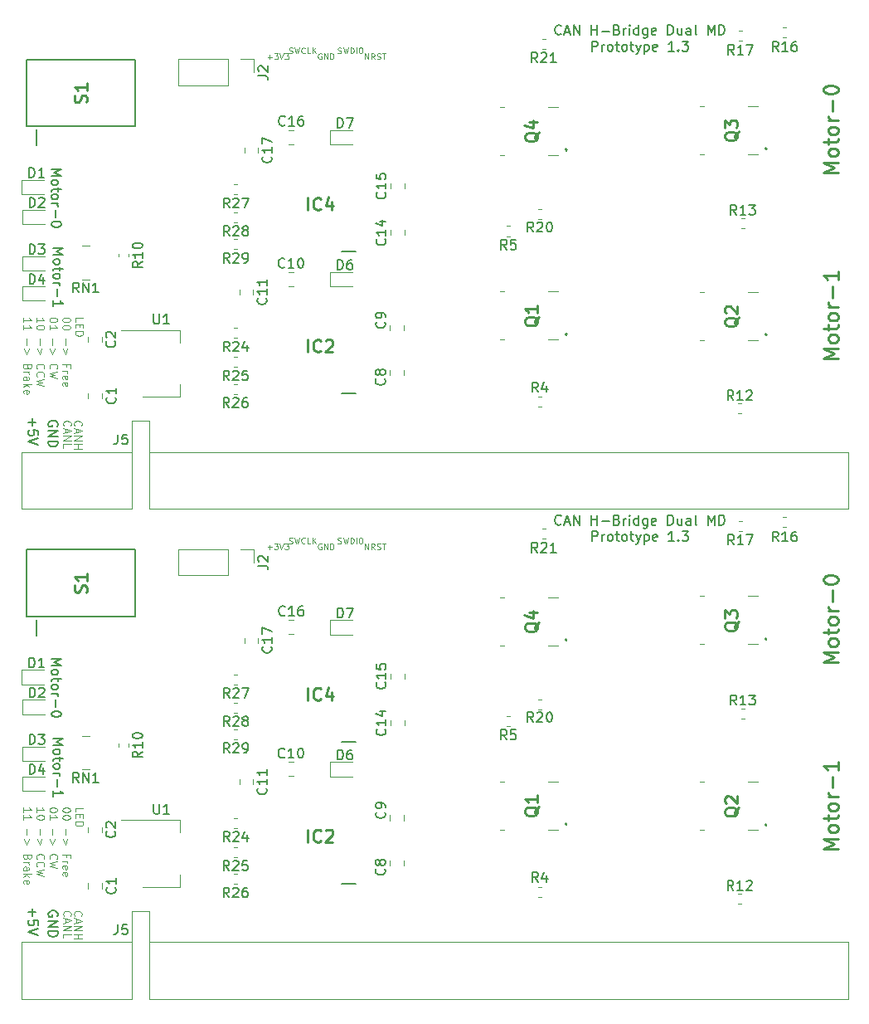
<source format=gbr>
G04 #@! TF.GenerationSoftware,KiCad,Pcbnew,(5.1.5)-3*
G04 #@! TF.CreationDate,2019-12-11T22:47:01+09:00*
G04 #@! TF.ProjectId,CAN_Dual_MDexpress,43414e5f-4475-4616-9c5f-4d4465787072,rev?*
G04 #@! TF.SameCoordinates,Original*
G04 #@! TF.FileFunction,Legend,Top*
G04 #@! TF.FilePolarity,Positive*
%FSLAX46Y46*%
G04 Gerber Fmt 4.6, Leading zero omitted, Abs format (unit mm)*
G04 Created by KiCad (PCBNEW (5.1.5)-3) date 2019-12-11 22:47:01*
%MOMM*%
%LPD*%
G04 APERTURE LIST*
%ADD10C,0.100000*%
%ADD11C,0.120000*%
%ADD12C,0.150000*%
%ADD13C,0.225000*%
%ADD14C,0.200000*%
%ADD15C,0.254000*%
G04 APERTURE END LIST*
D10*
X155379085Y-38866628D02*
X155379085Y-38266628D01*
X155721942Y-38866628D01*
X155721942Y-38266628D01*
X156350514Y-38866628D02*
X156150514Y-38580914D01*
X156007657Y-38866628D02*
X156007657Y-38266628D01*
X156236228Y-38266628D01*
X156293371Y-38295200D01*
X156321942Y-38323771D01*
X156350514Y-38380914D01*
X156350514Y-38466628D01*
X156321942Y-38523771D01*
X156293371Y-38552342D01*
X156236228Y-38580914D01*
X156007657Y-38580914D01*
X156579085Y-38838057D02*
X156664800Y-38866628D01*
X156807657Y-38866628D01*
X156864800Y-38838057D01*
X156893371Y-38809485D01*
X156921942Y-38752342D01*
X156921942Y-38695200D01*
X156893371Y-38638057D01*
X156864800Y-38609485D01*
X156807657Y-38580914D01*
X156693371Y-38552342D01*
X156636228Y-38523771D01*
X156607657Y-38495200D01*
X156579085Y-38438057D01*
X156579085Y-38380914D01*
X156607657Y-38323771D01*
X156636228Y-38295200D01*
X156693371Y-38266628D01*
X156836228Y-38266628D01*
X156921942Y-38295200D01*
X157093371Y-38266628D02*
X157436228Y-38266628D01*
X157264800Y-38866628D02*
X157264800Y-38266628D01*
X150907657Y-38295200D02*
X150850514Y-38266628D01*
X150764800Y-38266628D01*
X150679085Y-38295200D01*
X150621942Y-38352342D01*
X150593371Y-38409485D01*
X150564800Y-38523771D01*
X150564800Y-38609485D01*
X150593371Y-38723771D01*
X150621942Y-38780914D01*
X150679085Y-38838057D01*
X150764800Y-38866628D01*
X150821942Y-38866628D01*
X150907657Y-38838057D01*
X150936228Y-38809485D01*
X150936228Y-38609485D01*
X150821942Y-38609485D01*
X151193371Y-38866628D02*
X151193371Y-38266628D01*
X151536228Y-38866628D01*
X151536228Y-38266628D01*
X151821942Y-38866628D02*
X151821942Y-38266628D01*
X151964800Y-38266628D01*
X152050514Y-38295200D01*
X152107657Y-38352342D01*
X152136228Y-38409485D01*
X152164800Y-38523771D01*
X152164800Y-38609485D01*
X152136228Y-38723771D01*
X152107657Y-38780914D01*
X152050514Y-38838057D01*
X151964800Y-38866628D01*
X151821942Y-38866628D01*
X147607657Y-38238057D02*
X147693371Y-38266628D01*
X147836228Y-38266628D01*
X147893371Y-38238057D01*
X147921942Y-38209485D01*
X147950514Y-38152342D01*
X147950514Y-38095200D01*
X147921942Y-38038057D01*
X147893371Y-38009485D01*
X147836228Y-37980914D01*
X147721942Y-37952342D01*
X147664800Y-37923771D01*
X147636228Y-37895200D01*
X147607657Y-37838057D01*
X147607657Y-37780914D01*
X147636228Y-37723771D01*
X147664800Y-37695200D01*
X147721942Y-37666628D01*
X147864800Y-37666628D01*
X147950514Y-37695200D01*
X148150514Y-37666628D02*
X148293371Y-38266628D01*
X148407657Y-37838057D01*
X148521942Y-38266628D01*
X148664800Y-37666628D01*
X149236228Y-38209485D02*
X149207657Y-38238057D01*
X149121942Y-38266628D01*
X149064800Y-38266628D01*
X148979085Y-38238057D01*
X148921942Y-38180914D01*
X148893371Y-38123771D01*
X148864800Y-38009485D01*
X148864800Y-37923771D01*
X148893371Y-37809485D01*
X148921942Y-37752342D01*
X148979085Y-37695200D01*
X149064800Y-37666628D01*
X149121942Y-37666628D01*
X149207657Y-37695200D01*
X149236228Y-37723771D01*
X149779085Y-38266628D02*
X149493371Y-38266628D01*
X149493371Y-37666628D01*
X149979085Y-38266628D02*
X149979085Y-37666628D01*
X150321942Y-38266628D02*
X150064800Y-37923771D01*
X150321942Y-37666628D02*
X149979085Y-38009485D01*
X152593371Y-38238057D02*
X152679085Y-38266628D01*
X152821942Y-38266628D01*
X152879085Y-38238057D01*
X152907657Y-38209485D01*
X152936228Y-38152342D01*
X152936228Y-38095200D01*
X152907657Y-38038057D01*
X152879085Y-38009485D01*
X152821942Y-37980914D01*
X152707657Y-37952342D01*
X152650514Y-37923771D01*
X152621942Y-37895200D01*
X152593371Y-37838057D01*
X152593371Y-37780914D01*
X152621942Y-37723771D01*
X152650514Y-37695200D01*
X152707657Y-37666628D01*
X152850514Y-37666628D01*
X152936228Y-37695200D01*
X153136228Y-37666628D02*
X153279085Y-38266628D01*
X153393371Y-37838057D01*
X153507657Y-38266628D01*
X153650514Y-37666628D01*
X153879085Y-38266628D02*
X153879085Y-37666628D01*
X154021942Y-37666628D01*
X154107657Y-37695200D01*
X154164800Y-37752342D01*
X154193371Y-37809485D01*
X154221942Y-37923771D01*
X154221942Y-38009485D01*
X154193371Y-38123771D01*
X154164800Y-38180914D01*
X154107657Y-38238057D01*
X154021942Y-38266628D01*
X153879085Y-38266628D01*
X154479085Y-38266628D02*
X154479085Y-37666628D01*
X154879085Y-37666628D02*
X154993371Y-37666628D01*
X155050514Y-37695200D01*
X155107657Y-37752342D01*
X155136228Y-37866628D01*
X155136228Y-38066628D01*
X155107657Y-38180914D01*
X155050514Y-38238057D01*
X154993371Y-38266628D01*
X154879085Y-38266628D01*
X154821942Y-38238057D01*
X154764800Y-38180914D01*
X154736228Y-38066628D01*
X154736228Y-37866628D01*
X154764800Y-37752342D01*
X154821942Y-37695200D01*
X154879085Y-37666628D01*
D11*
X124614285Y-76261904D02*
X124576190Y-76223809D01*
X124538095Y-76109523D01*
X124538095Y-76033333D01*
X124576190Y-75919047D01*
X124652380Y-75842857D01*
X124728571Y-75804761D01*
X124880952Y-75766666D01*
X124995238Y-75766666D01*
X125147619Y-75804761D01*
X125223809Y-75842857D01*
X125300000Y-75919047D01*
X125338095Y-76033333D01*
X125338095Y-76109523D01*
X125300000Y-76223809D01*
X125261904Y-76261904D01*
X124766666Y-76566666D02*
X124766666Y-76947619D01*
X124538095Y-76490476D02*
X125338095Y-76757142D01*
X124538095Y-77023809D01*
X124538095Y-77290476D02*
X125338095Y-77290476D01*
X124538095Y-77747619D01*
X125338095Y-77747619D01*
X124538095Y-78509523D02*
X124538095Y-78128571D01*
X125338095Y-78128571D01*
X125778095Y-65649428D02*
X125778095Y-65268476D01*
X126578095Y-65268476D01*
X126197142Y-65916095D02*
X126197142Y-66182761D01*
X125778095Y-66297047D02*
X125778095Y-65916095D01*
X126578095Y-65916095D01*
X126578095Y-66297047D01*
X125778095Y-66639904D02*
X126578095Y-66639904D01*
X126578095Y-66830380D01*
X126540000Y-66944666D01*
X126463809Y-67020857D01*
X126387619Y-67058952D01*
X126235238Y-67097047D01*
X126120952Y-67097047D01*
X125968571Y-67058952D01*
X125892380Y-67020857D01*
X125816190Y-66944666D01*
X125778095Y-66830380D01*
X125778095Y-66639904D01*
X125258095Y-65420857D02*
X125258095Y-65497047D01*
X125220000Y-65573238D01*
X125181904Y-65611333D01*
X125105714Y-65649428D01*
X124953333Y-65687523D01*
X124762857Y-65687523D01*
X124610476Y-65649428D01*
X124534285Y-65611333D01*
X124496190Y-65573238D01*
X124458095Y-65497047D01*
X124458095Y-65420857D01*
X124496190Y-65344666D01*
X124534285Y-65306571D01*
X124610476Y-65268476D01*
X124762857Y-65230380D01*
X124953333Y-65230380D01*
X125105714Y-65268476D01*
X125181904Y-65306571D01*
X125220000Y-65344666D01*
X125258095Y-65420857D01*
X125258095Y-66182761D02*
X125258095Y-66258952D01*
X125220000Y-66335142D01*
X125181904Y-66373238D01*
X125105714Y-66411333D01*
X124953333Y-66449428D01*
X124762857Y-66449428D01*
X124610476Y-66411333D01*
X124534285Y-66373238D01*
X124496190Y-66335142D01*
X124458095Y-66258952D01*
X124458095Y-66182761D01*
X124496190Y-66106571D01*
X124534285Y-66068476D01*
X124610476Y-66030380D01*
X124762857Y-65992285D01*
X124953333Y-65992285D01*
X125105714Y-66030380D01*
X125181904Y-66068476D01*
X125220000Y-66106571D01*
X125258095Y-66182761D01*
X124762857Y-67401809D02*
X124762857Y-68011333D01*
X124991428Y-68392285D02*
X124762857Y-69001809D01*
X124534285Y-68392285D01*
X124877142Y-70258952D02*
X124877142Y-69992285D01*
X124458095Y-69992285D02*
X125258095Y-69992285D01*
X125258095Y-70373238D01*
X124458095Y-70678000D02*
X124991428Y-70678000D01*
X124839047Y-70678000D02*
X124915238Y-70716095D01*
X124953333Y-70754190D01*
X124991428Y-70830380D01*
X124991428Y-70906571D01*
X124496190Y-71478000D02*
X124458095Y-71401809D01*
X124458095Y-71249428D01*
X124496190Y-71173238D01*
X124572380Y-71135142D01*
X124877142Y-71135142D01*
X124953333Y-71173238D01*
X124991428Y-71249428D01*
X124991428Y-71401809D01*
X124953333Y-71478000D01*
X124877142Y-71516095D01*
X124800952Y-71516095D01*
X124724761Y-71135142D01*
X124496190Y-72163714D02*
X124458095Y-72087523D01*
X124458095Y-71935142D01*
X124496190Y-71858952D01*
X124572380Y-71820857D01*
X124877142Y-71820857D01*
X124953333Y-71858952D01*
X124991428Y-71935142D01*
X124991428Y-72087523D01*
X124953333Y-72163714D01*
X124877142Y-72201809D01*
X124800952Y-72201809D01*
X124724761Y-71820857D01*
X123938095Y-65420857D02*
X123938095Y-65497047D01*
X123900000Y-65573238D01*
X123861904Y-65611333D01*
X123785714Y-65649428D01*
X123633333Y-65687523D01*
X123442857Y-65687523D01*
X123290476Y-65649428D01*
X123214285Y-65611333D01*
X123176190Y-65573238D01*
X123138095Y-65497047D01*
X123138095Y-65420857D01*
X123176190Y-65344666D01*
X123214285Y-65306571D01*
X123290476Y-65268476D01*
X123442857Y-65230380D01*
X123633333Y-65230380D01*
X123785714Y-65268476D01*
X123861904Y-65306571D01*
X123900000Y-65344666D01*
X123938095Y-65420857D01*
X123138095Y-66449428D02*
X123138095Y-65992285D01*
X123138095Y-66220857D02*
X123938095Y-66220857D01*
X123823809Y-66144666D01*
X123747619Y-66068476D01*
X123709523Y-65992285D01*
X123442857Y-67401809D02*
X123442857Y-68011333D01*
X123671428Y-68392285D02*
X123442857Y-69001809D01*
X123214285Y-68392285D01*
X123214285Y-70449428D02*
X123176190Y-70411333D01*
X123138095Y-70297047D01*
X123138095Y-70220857D01*
X123176190Y-70106571D01*
X123252380Y-70030380D01*
X123328571Y-69992285D01*
X123480952Y-69954190D01*
X123595238Y-69954190D01*
X123747619Y-69992285D01*
X123823809Y-70030380D01*
X123900000Y-70106571D01*
X123938095Y-70220857D01*
X123938095Y-70297047D01*
X123900000Y-70411333D01*
X123861904Y-70449428D01*
X123938095Y-70716095D02*
X123138095Y-70906571D01*
X123709523Y-71058952D01*
X123138095Y-71211333D01*
X123938095Y-71401809D01*
X121818095Y-65687523D02*
X121818095Y-65230380D01*
X121818095Y-65458952D02*
X122618095Y-65458952D01*
X122503809Y-65382761D01*
X122427619Y-65306571D01*
X122389523Y-65230380D01*
X122618095Y-66182761D02*
X122618095Y-66258952D01*
X122580000Y-66335142D01*
X122541904Y-66373238D01*
X122465714Y-66411333D01*
X122313333Y-66449428D01*
X122122857Y-66449428D01*
X121970476Y-66411333D01*
X121894285Y-66373238D01*
X121856190Y-66335142D01*
X121818095Y-66258952D01*
X121818095Y-66182761D01*
X121856190Y-66106571D01*
X121894285Y-66068476D01*
X121970476Y-66030380D01*
X122122857Y-65992285D01*
X122313333Y-65992285D01*
X122465714Y-66030380D01*
X122541904Y-66068476D01*
X122580000Y-66106571D01*
X122618095Y-66182761D01*
X122122857Y-67401809D02*
X122122857Y-68011333D01*
X122351428Y-68392285D02*
X122122857Y-69001809D01*
X121894285Y-68392285D01*
X121894285Y-70449428D02*
X121856190Y-70411333D01*
X121818095Y-70297047D01*
X121818095Y-70220857D01*
X121856190Y-70106571D01*
X121932380Y-70030380D01*
X122008571Y-69992285D01*
X122160952Y-69954190D01*
X122275238Y-69954190D01*
X122427619Y-69992285D01*
X122503809Y-70030380D01*
X122580000Y-70106571D01*
X122618095Y-70220857D01*
X122618095Y-70297047D01*
X122580000Y-70411333D01*
X122541904Y-70449428D01*
X121894285Y-71249428D02*
X121856190Y-71211333D01*
X121818095Y-71097047D01*
X121818095Y-71020857D01*
X121856190Y-70906571D01*
X121932380Y-70830380D01*
X122008571Y-70792285D01*
X122160952Y-70754190D01*
X122275238Y-70754190D01*
X122427619Y-70792285D01*
X122503809Y-70830380D01*
X122580000Y-70906571D01*
X122618095Y-71020857D01*
X122618095Y-71097047D01*
X122580000Y-71211333D01*
X122541904Y-71249428D01*
X122618095Y-71516095D02*
X121818095Y-71706571D01*
X122389523Y-71858952D01*
X121818095Y-72011333D01*
X122618095Y-72201809D01*
X120498095Y-65687523D02*
X120498095Y-65230380D01*
X120498095Y-65458952D02*
X121298095Y-65458952D01*
X121183809Y-65382761D01*
X121107619Y-65306571D01*
X121069523Y-65230380D01*
X120498095Y-66449428D02*
X120498095Y-65992285D01*
X120498095Y-66220857D02*
X121298095Y-66220857D01*
X121183809Y-66144666D01*
X121107619Y-66068476D01*
X121069523Y-65992285D01*
X120802857Y-67401809D02*
X120802857Y-68011333D01*
X121031428Y-68392285D02*
X120802857Y-69001809D01*
X120574285Y-68392285D01*
X120917142Y-70258952D02*
X120879047Y-70373238D01*
X120840952Y-70411333D01*
X120764761Y-70449428D01*
X120650476Y-70449428D01*
X120574285Y-70411333D01*
X120536190Y-70373238D01*
X120498095Y-70297047D01*
X120498095Y-69992285D01*
X121298095Y-69992285D01*
X121298095Y-70258952D01*
X121260000Y-70335142D01*
X121221904Y-70373238D01*
X121145714Y-70411333D01*
X121069523Y-70411333D01*
X120993333Y-70373238D01*
X120955238Y-70335142D01*
X120917142Y-70258952D01*
X120917142Y-69992285D01*
X120498095Y-70792285D02*
X121031428Y-70792285D01*
X120879047Y-70792285D02*
X120955238Y-70830380D01*
X120993333Y-70868476D01*
X121031428Y-70944666D01*
X121031428Y-71020857D01*
X120498095Y-71630380D02*
X120917142Y-71630380D01*
X120993333Y-71592285D01*
X121031428Y-71516095D01*
X121031428Y-71363714D01*
X120993333Y-71287523D01*
X120536190Y-71630380D02*
X120498095Y-71554190D01*
X120498095Y-71363714D01*
X120536190Y-71287523D01*
X120612380Y-71249428D01*
X120688571Y-71249428D01*
X120764761Y-71287523D01*
X120802857Y-71363714D01*
X120802857Y-71554190D01*
X120840952Y-71630380D01*
X120498095Y-72011333D02*
X121298095Y-72011333D01*
X120802857Y-72087523D02*
X120498095Y-72316095D01*
X121031428Y-72316095D02*
X120726666Y-72011333D01*
X120536190Y-72963714D02*
X120498095Y-72887523D01*
X120498095Y-72735142D01*
X120536190Y-72658952D01*
X120612380Y-72620857D01*
X120917142Y-72620857D01*
X120993333Y-72658952D01*
X121031428Y-72735142D01*
X121031428Y-72887523D01*
X120993333Y-72963714D01*
X120917142Y-73001809D01*
X120840952Y-73001809D01*
X120764761Y-72620857D01*
D12*
X123967000Y-76305495D02*
X124014619Y-76210257D01*
X124014619Y-76067400D01*
X123967000Y-75924542D01*
X123871761Y-75829304D01*
X123776523Y-75781685D01*
X123586047Y-75734066D01*
X123443190Y-75734066D01*
X123252714Y-75781685D01*
X123157476Y-75829304D01*
X123062238Y-75924542D01*
X123014619Y-76067400D01*
X123014619Y-76162638D01*
X123062238Y-76305495D01*
X123109857Y-76353114D01*
X123443190Y-76353114D01*
X123443190Y-76162638D01*
X123014619Y-76781685D02*
X124014619Y-76781685D01*
X123014619Y-77353114D01*
X124014619Y-77353114D01*
X123014619Y-77829304D02*
X124014619Y-77829304D01*
X124014619Y-78067400D01*
X123967000Y-78210257D01*
X123871761Y-78305495D01*
X123776523Y-78353114D01*
X123586047Y-78400733D01*
X123443190Y-78400733D01*
X123252714Y-78353114D01*
X123157476Y-78305495D01*
X123062238Y-78210257D01*
X123014619Y-78067400D01*
X123014619Y-77829304D01*
D13*
X203678571Y-69392857D02*
X202178571Y-69392857D01*
X203250000Y-68892857D01*
X202178571Y-68392857D01*
X203678571Y-68392857D01*
X203678571Y-67464285D02*
X203607142Y-67607142D01*
X203535714Y-67678571D01*
X203392857Y-67750000D01*
X202964285Y-67750000D01*
X202821428Y-67678571D01*
X202750000Y-67607142D01*
X202678571Y-67464285D01*
X202678571Y-67250000D01*
X202750000Y-67107142D01*
X202821428Y-67035714D01*
X202964285Y-66964285D01*
X203392857Y-66964285D01*
X203535714Y-67035714D01*
X203607142Y-67107142D01*
X203678571Y-67250000D01*
X203678571Y-67464285D01*
X202678571Y-66535714D02*
X202678571Y-65964285D01*
X202178571Y-66321428D02*
X203464285Y-66321428D01*
X203607142Y-66250000D01*
X203678571Y-66107142D01*
X203678571Y-65964285D01*
X203678571Y-65250000D02*
X203607142Y-65392857D01*
X203535714Y-65464285D01*
X203392857Y-65535714D01*
X202964285Y-65535714D01*
X202821428Y-65464285D01*
X202750000Y-65392857D01*
X202678571Y-65250000D01*
X202678571Y-65035714D01*
X202750000Y-64892857D01*
X202821428Y-64821428D01*
X202964285Y-64750000D01*
X203392857Y-64750000D01*
X203535714Y-64821428D01*
X203607142Y-64892857D01*
X203678571Y-65035714D01*
X203678571Y-65250000D01*
X203678571Y-64107142D02*
X202678571Y-64107142D01*
X202964285Y-64107142D02*
X202821428Y-64035714D01*
X202750000Y-63964285D01*
X202678571Y-63821428D01*
X202678571Y-63678571D01*
X203107142Y-63178571D02*
X203107142Y-62035714D01*
X203678571Y-60535714D02*
X203678571Y-61392857D01*
X203678571Y-60964285D02*
X202178571Y-60964285D01*
X202392857Y-61107142D01*
X202535714Y-61250000D01*
X202607142Y-61392857D01*
D12*
X123547619Y-58171428D02*
X124547619Y-58171428D01*
X123833333Y-58504761D01*
X124547619Y-58838095D01*
X123547619Y-58838095D01*
X123547619Y-59457142D02*
X123595238Y-59361904D01*
X123642857Y-59314285D01*
X123738095Y-59266666D01*
X124023809Y-59266666D01*
X124119047Y-59314285D01*
X124166666Y-59361904D01*
X124214285Y-59457142D01*
X124214285Y-59600000D01*
X124166666Y-59695238D01*
X124119047Y-59742857D01*
X124023809Y-59790476D01*
X123738095Y-59790476D01*
X123642857Y-59742857D01*
X123595238Y-59695238D01*
X123547619Y-59600000D01*
X123547619Y-59457142D01*
X124214285Y-60076190D02*
X124214285Y-60457142D01*
X124547619Y-60219047D02*
X123690476Y-60219047D01*
X123595238Y-60266666D01*
X123547619Y-60361904D01*
X123547619Y-60457142D01*
X123547619Y-60933333D02*
X123595238Y-60838095D01*
X123642857Y-60790476D01*
X123738095Y-60742857D01*
X124023809Y-60742857D01*
X124119047Y-60790476D01*
X124166666Y-60838095D01*
X124214285Y-60933333D01*
X124214285Y-61076190D01*
X124166666Y-61171428D01*
X124119047Y-61219047D01*
X124023809Y-61266666D01*
X123738095Y-61266666D01*
X123642857Y-61219047D01*
X123595238Y-61171428D01*
X123547619Y-61076190D01*
X123547619Y-60933333D01*
X123547619Y-61695238D02*
X124214285Y-61695238D01*
X124023809Y-61695238D02*
X124119047Y-61742857D01*
X124166666Y-61790476D01*
X124214285Y-61885714D01*
X124214285Y-61980952D01*
X123928571Y-62314285D02*
X123928571Y-63076190D01*
X123547619Y-64076190D02*
X123547619Y-63504761D01*
X123547619Y-63790476D02*
X124547619Y-63790476D01*
X124404761Y-63695238D01*
X124309523Y-63600000D01*
X124261904Y-63504761D01*
X121363571Y-75502285D02*
X121363571Y-76264190D01*
X120982619Y-75883238D02*
X121744523Y-75883238D01*
X121982619Y-77216571D02*
X121982619Y-76740380D01*
X121506428Y-76692761D01*
X121554047Y-76740380D01*
X121601666Y-76835619D01*
X121601666Y-77073714D01*
X121554047Y-77168952D01*
X121506428Y-77216571D01*
X121411190Y-77264190D01*
X121173095Y-77264190D01*
X121077857Y-77216571D01*
X121030238Y-77168952D01*
X120982619Y-77073714D01*
X120982619Y-76835619D01*
X121030238Y-76740380D01*
X121077857Y-76692761D01*
X121982619Y-77549904D02*
X120982619Y-77883238D01*
X121982619Y-78216571D01*
D10*
X145407657Y-38638057D02*
X145864800Y-38638057D01*
X145636228Y-38866628D02*
X145636228Y-38409485D01*
X146093371Y-38266628D02*
X146464800Y-38266628D01*
X146264800Y-38495200D01*
X146350514Y-38495200D01*
X146407657Y-38523771D01*
X146436228Y-38552342D01*
X146464800Y-38609485D01*
X146464800Y-38752342D01*
X146436228Y-38809485D01*
X146407657Y-38838057D01*
X146350514Y-38866628D01*
X146179085Y-38866628D01*
X146121942Y-38838057D01*
X146093371Y-38809485D01*
X146636228Y-38266628D02*
X146836228Y-38866628D01*
X147036228Y-38266628D01*
X147179085Y-38266628D02*
X147550514Y-38266628D01*
X147350514Y-38495200D01*
X147436228Y-38495200D01*
X147493371Y-38523771D01*
X147521942Y-38552342D01*
X147550514Y-38609485D01*
X147550514Y-38752342D01*
X147521942Y-38809485D01*
X147493371Y-38838057D01*
X147436228Y-38866628D01*
X147264800Y-38866628D01*
X147207657Y-38838057D01*
X147179085Y-38809485D01*
D12*
X123347619Y-50071428D02*
X124347619Y-50071428D01*
X123633333Y-50404761D01*
X124347619Y-50738095D01*
X123347619Y-50738095D01*
X123347619Y-51357142D02*
X123395238Y-51261904D01*
X123442857Y-51214285D01*
X123538095Y-51166666D01*
X123823809Y-51166666D01*
X123919047Y-51214285D01*
X123966666Y-51261904D01*
X124014285Y-51357142D01*
X124014285Y-51500000D01*
X123966666Y-51595238D01*
X123919047Y-51642857D01*
X123823809Y-51690476D01*
X123538095Y-51690476D01*
X123442857Y-51642857D01*
X123395238Y-51595238D01*
X123347619Y-51500000D01*
X123347619Y-51357142D01*
X124014285Y-51976190D02*
X124014285Y-52357142D01*
X124347619Y-52119047D02*
X123490476Y-52119047D01*
X123395238Y-52166666D01*
X123347619Y-52261904D01*
X123347619Y-52357142D01*
X123347619Y-52833333D02*
X123395238Y-52738095D01*
X123442857Y-52690476D01*
X123538095Y-52642857D01*
X123823809Y-52642857D01*
X123919047Y-52690476D01*
X123966666Y-52738095D01*
X124014285Y-52833333D01*
X124014285Y-52976190D01*
X123966666Y-53071428D01*
X123919047Y-53119047D01*
X123823809Y-53166666D01*
X123538095Y-53166666D01*
X123442857Y-53119047D01*
X123395238Y-53071428D01*
X123347619Y-52976190D01*
X123347619Y-52833333D01*
X123347619Y-53595238D02*
X124014285Y-53595238D01*
X123823809Y-53595238D02*
X123919047Y-53642857D01*
X123966666Y-53690476D01*
X124014285Y-53785714D01*
X124014285Y-53880952D01*
X123728571Y-54214285D02*
X123728571Y-54976190D01*
X124347619Y-55642857D02*
X124347619Y-55738095D01*
X124300000Y-55833333D01*
X124252380Y-55880952D01*
X124157142Y-55928571D01*
X123966666Y-55976190D01*
X123728571Y-55976190D01*
X123538095Y-55928571D01*
X123442857Y-55880952D01*
X123395238Y-55833333D01*
X123347619Y-55738095D01*
X123347619Y-55642857D01*
X123395238Y-55547619D01*
X123442857Y-55500000D01*
X123538095Y-55452380D01*
X123728571Y-55404761D01*
X123966666Y-55404761D01*
X124157142Y-55452380D01*
X124252380Y-55500000D01*
X124300000Y-55547619D01*
X124347619Y-55642857D01*
D13*
X203678571Y-50392857D02*
X202178571Y-50392857D01*
X203250000Y-49892857D01*
X202178571Y-49392857D01*
X203678571Y-49392857D01*
X203678571Y-48464285D02*
X203607142Y-48607142D01*
X203535714Y-48678571D01*
X203392857Y-48750000D01*
X202964285Y-48750000D01*
X202821428Y-48678571D01*
X202750000Y-48607142D01*
X202678571Y-48464285D01*
X202678571Y-48250000D01*
X202750000Y-48107142D01*
X202821428Y-48035714D01*
X202964285Y-47964285D01*
X203392857Y-47964285D01*
X203535714Y-48035714D01*
X203607142Y-48107142D01*
X203678571Y-48250000D01*
X203678571Y-48464285D01*
X202678571Y-47535714D02*
X202678571Y-46964285D01*
X202178571Y-47321428D02*
X203464285Y-47321428D01*
X203607142Y-47250000D01*
X203678571Y-47107142D01*
X203678571Y-46964285D01*
X203678571Y-46250000D02*
X203607142Y-46392857D01*
X203535714Y-46464285D01*
X203392857Y-46535714D01*
X202964285Y-46535714D01*
X202821428Y-46464285D01*
X202750000Y-46392857D01*
X202678571Y-46250000D01*
X202678571Y-46035714D01*
X202750000Y-45892857D01*
X202821428Y-45821428D01*
X202964285Y-45750000D01*
X203392857Y-45750000D01*
X203535714Y-45821428D01*
X203607142Y-45892857D01*
X203678571Y-46035714D01*
X203678571Y-46250000D01*
X203678571Y-45107142D02*
X202678571Y-45107142D01*
X202964285Y-45107142D02*
X202821428Y-45035714D01*
X202750000Y-44964285D01*
X202678571Y-44821428D01*
X202678571Y-44678571D01*
X203107142Y-44178571D02*
X203107142Y-43035714D01*
X202178571Y-42035714D02*
X202178571Y-41892857D01*
X202250000Y-41750000D01*
X202321428Y-41678571D01*
X202464285Y-41607142D01*
X202750000Y-41535714D01*
X203107142Y-41535714D01*
X203392857Y-41607142D01*
X203535714Y-41678571D01*
X203607142Y-41750000D01*
X203678571Y-41892857D01*
X203678571Y-42035714D01*
X203607142Y-42178571D01*
X203535714Y-42250000D01*
X203392857Y-42321428D01*
X203107142Y-42392857D01*
X202750000Y-42392857D01*
X202464285Y-42321428D01*
X202321428Y-42250000D01*
X202250000Y-42178571D01*
X202178571Y-42035714D01*
D11*
X125714285Y-76266666D02*
X125676190Y-76228571D01*
X125638095Y-76114285D01*
X125638095Y-76038095D01*
X125676190Y-75923809D01*
X125752380Y-75847619D01*
X125828571Y-75809523D01*
X125980952Y-75771428D01*
X126095238Y-75771428D01*
X126247619Y-75809523D01*
X126323809Y-75847619D01*
X126400000Y-75923809D01*
X126438095Y-76038095D01*
X126438095Y-76114285D01*
X126400000Y-76228571D01*
X126361904Y-76266666D01*
X125866666Y-76571428D02*
X125866666Y-76952380D01*
X125638095Y-76495238D02*
X126438095Y-76761904D01*
X125638095Y-77028571D01*
X125638095Y-77295238D02*
X126438095Y-77295238D01*
X125638095Y-77752380D01*
X126438095Y-77752380D01*
X125638095Y-78133333D02*
X126438095Y-78133333D01*
X126057142Y-78133333D02*
X126057142Y-78590476D01*
X125638095Y-78590476D02*
X126438095Y-78590476D01*
D12*
X175382380Y-36282142D02*
X175334761Y-36329761D01*
X175191904Y-36377380D01*
X175096666Y-36377380D01*
X174953809Y-36329761D01*
X174858571Y-36234523D01*
X174810952Y-36139285D01*
X174763333Y-35948809D01*
X174763333Y-35805952D01*
X174810952Y-35615476D01*
X174858571Y-35520238D01*
X174953809Y-35425000D01*
X175096666Y-35377380D01*
X175191904Y-35377380D01*
X175334761Y-35425000D01*
X175382380Y-35472619D01*
X175763333Y-36091666D02*
X176239523Y-36091666D01*
X175668095Y-36377380D02*
X176001428Y-35377380D01*
X176334761Y-36377380D01*
X176668095Y-36377380D02*
X176668095Y-35377380D01*
X177239523Y-36377380D01*
X177239523Y-35377380D01*
X178477619Y-36377380D02*
X178477619Y-35377380D01*
X178477619Y-35853571D02*
X179049047Y-35853571D01*
X179049047Y-36377380D02*
X179049047Y-35377380D01*
X179525238Y-35996428D02*
X180287142Y-35996428D01*
X181096666Y-35853571D02*
X181239523Y-35901190D01*
X181287142Y-35948809D01*
X181334761Y-36044047D01*
X181334761Y-36186904D01*
X181287142Y-36282142D01*
X181239523Y-36329761D01*
X181144285Y-36377380D01*
X180763333Y-36377380D01*
X180763333Y-35377380D01*
X181096666Y-35377380D01*
X181191904Y-35425000D01*
X181239523Y-35472619D01*
X181287142Y-35567857D01*
X181287142Y-35663095D01*
X181239523Y-35758333D01*
X181191904Y-35805952D01*
X181096666Y-35853571D01*
X180763333Y-35853571D01*
X181763333Y-36377380D02*
X181763333Y-35710714D01*
X181763333Y-35901190D02*
X181810952Y-35805952D01*
X181858571Y-35758333D01*
X181953809Y-35710714D01*
X182049047Y-35710714D01*
X182382380Y-36377380D02*
X182382380Y-35710714D01*
X182382380Y-35377380D02*
X182334761Y-35425000D01*
X182382380Y-35472619D01*
X182430000Y-35425000D01*
X182382380Y-35377380D01*
X182382380Y-35472619D01*
X183287142Y-36377380D02*
X183287142Y-35377380D01*
X183287142Y-36329761D02*
X183191904Y-36377380D01*
X183001428Y-36377380D01*
X182906190Y-36329761D01*
X182858571Y-36282142D01*
X182810952Y-36186904D01*
X182810952Y-35901190D01*
X182858571Y-35805952D01*
X182906190Y-35758333D01*
X183001428Y-35710714D01*
X183191904Y-35710714D01*
X183287142Y-35758333D01*
X184191904Y-35710714D02*
X184191904Y-36520238D01*
X184144285Y-36615476D01*
X184096666Y-36663095D01*
X184001428Y-36710714D01*
X183858571Y-36710714D01*
X183763333Y-36663095D01*
X184191904Y-36329761D02*
X184096666Y-36377380D01*
X183906190Y-36377380D01*
X183810952Y-36329761D01*
X183763333Y-36282142D01*
X183715714Y-36186904D01*
X183715714Y-35901190D01*
X183763333Y-35805952D01*
X183810952Y-35758333D01*
X183906190Y-35710714D01*
X184096666Y-35710714D01*
X184191904Y-35758333D01*
X185049047Y-36329761D02*
X184953809Y-36377380D01*
X184763333Y-36377380D01*
X184668095Y-36329761D01*
X184620476Y-36234523D01*
X184620476Y-35853571D01*
X184668095Y-35758333D01*
X184763333Y-35710714D01*
X184953809Y-35710714D01*
X185049047Y-35758333D01*
X185096666Y-35853571D01*
X185096666Y-35948809D01*
X184620476Y-36044047D01*
X186287142Y-36377380D02*
X186287142Y-35377380D01*
X186525238Y-35377380D01*
X186668095Y-35425000D01*
X186763333Y-35520238D01*
X186810952Y-35615476D01*
X186858571Y-35805952D01*
X186858571Y-35948809D01*
X186810952Y-36139285D01*
X186763333Y-36234523D01*
X186668095Y-36329761D01*
X186525238Y-36377380D01*
X186287142Y-36377380D01*
X187715714Y-35710714D02*
X187715714Y-36377380D01*
X187287142Y-35710714D02*
X187287142Y-36234523D01*
X187334761Y-36329761D01*
X187430000Y-36377380D01*
X187572857Y-36377380D01*
X187668095Y-36329761D01*
X187715714Y-36282142D01*
X188620476Y-36377380D02*
X188620476Y-35853571D01*
X188572857Y-35758333D01*
X188477619Y-35710714D01*
X188287142Y-35710714D01*
X188191904Y-35758333D01*
X188620476Y-36329761D02*
X188525238Y-36377380D01*
X188287142Y-36377380D01*
X188191904Y-36329761D01*
X188144285Y-36234523D01*
X188144285Y-36139285D01*
X188191904Y-36044047D01*
X188287142Y-35996428D01*
X188525238Y-35996428D01*
X188620476Y-35948809D01*
X189239523Y-36377380D02*
X189144285Y-36329761D01*
X189096666Y-36234523D01*
X189096666Y-35377380D01*
X190382380Y-36377380D02*
X190382380Y-35377380D01*
X190715714Y-36091666D01*
X191049047Y-35377380D01*
X191049047Y-36377380D01*
X191525238Y-36377380D02*
X191525238Y-35377380D01*
X191763333Y-35377380D01*
X191906190Y-35425000D01*
X192001428Y-35520238D01*
X192049047Y-35615476D01*
X192096666Y-35805952D01*
X192096666Y-35948809D01*
X192049047Y-36139285D01*
X192001428Y-36234523D01*
X191906190Y-36329761D01*
X191763333Y-36377380D01*
X191525238Y-36377380D01*
X178549047Y-38027380D02*
X178549047Y-37027380D01*
X178930000Y-37027380D01*
X179025238Y-37075000D01*
X179072857Y-37122619D01*
X179120476Y-37217857D01*
X179120476Y-37360714D01*
X179072857Y-37455952D01*
X179025238Y-37503571D01*
X178930000Y-37551190D01*
X178549047Y-37551190D01*
X179549047Y-38027380D02*
X179549047Y-37360714D01*
X179549047Y-37551190D02*
X179596666Y-37455952D01*
X179644285Y-37408333D01*
X179739523Y-37360714D01*
X179834761Y-37360714D01*
X180310952Y-38027380D02*
X180215714Y-37979761D01*
X180168095Y-37932142D01*
X180120476Y-37836904D01*
X180120476Y-37551190D01*
X180168095Y-37455952D01*
X180215714Y-37408333D01*
X180310952Y-37360714D01*
X180453809Y-37360714D01*
X180549047Y-37408333D01*
X180596666Y-37455952D01*
X180644285Y-37551190D01*
X180644285Y-37836904D01*
X180596666Y-37932142D01*
X180549047Y-37979761D01*
X180453809Y-38027380D01*
X180310952Y-38027380D01*
X180930000Y-37360714D02*
X181310952Y-37360714D01*
X181072857Y-37027380D02*
X181072857Y-37884523D01*
X181120476Y-37979761D01*
X181215714Y-38027380D01*
X181310952Y-38027380D01*
X181787142Y-38027380D02*
X181691904Y-37979761D01*
X181644285Y-37932142D01*
X181596666Y-37836904D01*
X181596666Y-37551190D01*
X181644285Y-37455952D01*
X181691904Y-37408333D01*
X181787142Y-37360714D01*
X181930000Y-37360714D01*
X182025238Y-37408333D01*
X182072857Y-37455952D01*
X182120476Y-37551190D01*
X182120476Y-37836904D01*
X182072857Y-37932142D01*
X182025238Y-37979761D01*
X181930000Y-38027380D01*
X181787142Y-38027380D01*
X182406190Y-37360714D02*
X182787142Y-37360714D01*
X182549047Y-37027380D02*
X182549047Y-37884523D01*
X182596666Y-37979761D01*
X182691904Y-38027380D01*
X182787142Y-38027380D01*
X183025238Y-37360714D02*
X183263333Y-38027380D01*
X183501428Y-37360714D02*
X183263333Y-38027380D01*
X183168095Y-38265476D01*
X183120476Y-38313095D01*
X183025238Y-38360714D01*
X183882380Y-37360714D02*
X183882380Y-38360714D01*
X183882380Y-37408333D02*
X183977619Y-37360714D01*
X184168095Y-37360714D01*
X184263333Y-37408333D01*
X184310952Y-37455952D01*
X184358571Y-37551190D01*
X184358571Y-37836904D01*
X184310952Y-37932142D01*
X184263333Y-37979761D01*
X184168095Y-38027380D01*
X183977619Y-38027380D01*
X183882380Y-37979761D01*
X185168095Y-37979761D02*
X185072857Y-38027380D01*
X184882380Y-38027380D01*
X184787142Y-37979761D01*
X184739523Y-37884523D01*
X184739523Y-37503571D01*
X184787142Y-37408333D01*
X184882380Y-37360714D01*
X185072857Y-37360714D01*
X185168095Y-37408333D01*
X185215714Y-37503571D01*
X185215714Y-37598809D01*
X184739523Y-37694047D01*
X186930000Y-38027380D02*
X186358571Y-38027380D01*
X186644285Y-38027380D02*
X186644285Y-37027380D01*
X186549047Y-37170238D01*
X186453809Y-37265476D01*
X186358571Y-37313095D01*
X187358571Y-37932142D02*
X187406190Y-37979761D01*
X187358571Y-38027380D01*
X187310952Y-37979761D01*
X187358571Y-37932142D01*
X187358571Y-38027380D01*
X187739523Y-37027380D02*
X188358571Y-37027380D01*
X188025238Y-37408333D01*
X188168095Y-37408333D01*
X188263333Y-37455952D01*
X188310952Y-37503571D01*
X188358571Y-37598809D01*
X188358571Y-37836904D01*
X188310952Y-37932142D01*
X188263333Y-37979761D01*
X188168095Y-38027380D01*
X187882380Y-38027380D01*
X187787142Y-37979761D01*
X187739523Y-37932142D01*
X121363571Y-125502285D02*
X121363571Y-126264190D01*
X120982619Y-125883238D02*
X121744523Y-125883238D01*
X121982619Y-127216571D02*
X121982619Y-126740380D01*
X121506428Y-126692761D01*
X121554047Y-126740380D01*
X121601666Y-126835619D01*
X121601666Y-127073714D01*
X121554047Y-127168952D01*
X121506428Y-127216571D01*
X121411190Y-127264190D01*
X121173095Y-127264190D01*
X121077857Y-127216571D01*
X121030238Y-127168952D01*
X120982619Y-127073714D01*
X120982619Y-126835619D01*
X121030238Y-126740380D01*
X121077857Y-126692761D01*
X121982619Y-127549904D02*
X120982619Y-127883238D01*
X121982619Y-128216571D01*
X123967000Y-126305495D02*
X124014619Y-126210257D01*
X124014619Y-126067400D01*
X123967000Y-125924542D01*
X123871761Y-125829304D01*
X123776523Y-125781685D01*
X123586047Y-125734066D01*
X123443190Y-125734066D01*
X123252714Y-125781685D01*
X123157476Y-125829304D01*
X123062238Y-125924542D01*
X123014619Y-126067400D01*
X123014619Y-126162638D01*
X123062238Y-126305495D01*
X123109857Y-126353114D01*
X123443190Y-126353114D01*
X123443190Y-126162638D01*
X123014619Y-126781685D02*
X124014619Y-126781685D01*
X123014619Y-127353114D01*
X124014619Y-127353114D01*
X123014619Y-127829304D02*
X124014619Y-127829304D01*
X124014619Y-128067400D01*
X123967000Y-128210257D01*
X123871761Y-128305495D01*
X123776523Y-128353114D01*
X123586047Y-128400733D01*
X123443190Y-128400733D01*
X123252714Y-128353114D01*
X123157476Y-128305495D01*
X123062238Y-128210257D01*
X123014619Y-128067400D01*
X123014619Y-127829304D01*
X175382380Y-86282142D02*
X175334761Y-86329761D01*
X175191904Y-86377380D01*
X175096666Y-86377380D01*
X174953809Y-86329761D01*
X174858571Y-86234523D01*
X174810952Y-86139285D01*
X174763333Y-85948809D01*
X174763333Y-85805952D01*
X174810952Y-85615476D01*
X174858571Y-85520238D01*
X174953809Y-85425000D01*
X175096666Y-85377380D01*
X175191904Y-85377380D01*
X175334761Y-85425000D01*
X175382380Y-85472619D01*
X175763333Y-86091666D02*
X176239523Y-86091666D01*
X175668095Y-86377380D02*
X176001428Y-85377380D01*
X176334761Y-86377380D01*
X176668095Y-86377380D02*
X176668095Y-85377380D01*
X177239523Y-86377380D01*
X177239523Y-85377380D01*
X178477619Y-86377380D02*
X178477619Y-85377380D01*
X178477619Y-85853571D02*
X179049047Y-85853571D01*
X179049047Y-86377380D02*
X179049047Y-85377380D01*
X179525238Y-85996428D02*
X180287142Y-85996428D01*
X181096666Y-85853571D02*
X181239523Y-85901190D01*
X181287142Y-85948809D01*
X181334761Y-86044047D01*
X181334761Y-86186904D01*
X181287142Y-86282142D01*
X181239523Y-86329761D01*
X181144285Y-86377380D01*
X180763333Y-86377380D01*
X180763333Y-85377380D01*
X181096666Y-85377380D01*
X181191904Y-85425000D01*
X181239523Y-85472619D01*
X181287142Y-85567857D01*
X181287142Y-85663095D01*
X181239523Y-85758333D01*
X181191904Y-85805952D01*
X181096666Y-85853571D01*
X180763333Y-85853571D01*
X181763333Y-86377380D02*
X181763333Y-85710714D01*
X181763333Y-85901190D02*
X181810952Y-85805952D01*
X181858571Y-85758333D01*
X181953809Y-85710714D01*
X182049047Y-85710714D01*
X182382380Y-86377380D02*
X182382380Y-85710714D01*
X182382380Y-85377380D02*
X182334761Y-85425000D01*
X182382380Y-85472619D01*
X182430000Y-85425000D01*
X182382380Y-85377380D01*
X182382380Y-85472619D01*
X183287142Y-86377380D02*
X183287142Y-85377380D01*
X183287142Y-86329761D02*
X183191904Y-86377380D01*
X183001428Y-86377380D01*
X182906190Y-86329761D01*
X182858571Y-86282142D01*
X182810952Y-86186904D01*
X182810952Y-85901190D01*
X182858571Y-85805952D01*
X182906190Y-85758333D01*
X183001428Y-85710714D01*
X183191904Y-85710714D01*
X183287142Y-85758333D01*
X184191904Y-85710714D02*
X184191904Y-86520238D01*
X184144285Y-86615476D01*
X184096666Y-86663095D01*
X184001428Y-86710714D01*
X183858571Y-86710714D01*
X183763333Y-86663095D01*
X184191904Y-86329761D02*
X184096666Y-86377380D01*
X183906190Y-86377380D01*
X183810952Y-86329761D01*
X183763333Y-86282142D01*
X183715714Y-86186904D01*
X183715714Y-85901190D01*
X183763333Y-85805952D01*
X183810952Y-85758333D01*
X183906190Y-85710714D01*
X184096666Y-85710714D01*
X184191904Y-85758333D01*
X185049047Y-86329761D02*
X184953809Y-86377380D01*
X184763333Y-86377380D01*
X184668095Y-86329761D01*
X184620476Y-86234523D01*
X184620476Y-85853571D01*
X184668095Y-85758333D01*
X184763333Y-85710714D01*
X184953809Y-85710714D01*
X185049047Y-85758333D01*
X185096666Y-85853571D01*
X185096666Y-85948809D01*
X184620476Y-86044047D01*
X186287142Y-86377380D02*
X186287142Y-85377380D01*
X186525238Y-85377380D01*
X186668095Y-85425000D01*
X186763333Y-85520238D01*
X186810952Y-85615476D01*
X186858571Y-85805952D01*
X186858571Y-85948809D01*
X186810952Y-86139285D01*
X186763333Y-86234523D01*
X186668095Y-86329761D01*
X186525238Y-86377380D01*
X186287142Y-86377380D01*
X187715714Y-85710714D02*
X187715714Y-86377380D01*
X187287142Y-85710714D02*
X187287142Y-86234523D01*
X187334761Y-86329761D01*
X187430000Y-86377380D01*
X187572857Y-86377380D01*
X187668095Y-86329761D01*
X187715714Y-86282142D01*
X188620476Y-86377380D02*
X188620476Y-85853571D01*
X188572857Y-85758333D01*
X188477619Y-85710714D01*
X188287142Y-85710714D01*
X188191904Y-85758333D01*
X188620476Y-86329761D02*
X188525238Y-86377380D01*
X188287142Y-86377380D01*
X188191904Y-86329761D01*
X188144285Y-86234523D01*
X188144285Y-86139285D01*
X188191904Y-86044047D01*
X188287142Y-85996428D01*
X188525238Y-85996428D01*
X188620476Y-85948809D01*
X189239523Y-86377380D02*
X189144285Y-86329761D01*
X189096666Y-86234523D01*
X189096666Y-85377380D01*
X190382380Y-86377380D02*
X190382380Y-85377380D01*
X190715714Y-86091666D01*
X191049047Y-85377380D01*
X191049047Y-86377380D01*
X191525238Y-86377380D02*
X191525238Y-85377380D01*
X191763333Y-85377380D01*
X191906190Y-85425000D01*
X192001428Y-85520238D01*
X192049047Y-85615476D01*
X192096666Y-85805952D01*
X192096666Y-85948809D01*
X192049047Y-86139285D01*
X192001428Y-86234523D01*
X191906190Y-86329761D01*
X191763333Y-86377380D01*
X191525238Y-86377380D01*
X178549047Y-88027380D02*
X178549047Y-87027380D01*
X178930000Y-87027380D01*
X179025238Y-87075000D01*
X179072857Y-87122619D01*
X179120476Y-87217857D01*
X179120476Y-87360714D01*
X179072857Y-87455952D01*
X179025238Y-87503571D01*
X178930000Y-87551190D01*
X178549047Y-87551190D01*
X179549047Y-88027380D02*
X179549047Y-87360714D01*
X179549047Y-87551190D02*
X179596666Y-87455952D01*
X179644285Y-87408333D01*
X179739523Y-87360714D01*
X179834761Y-87360714D01*
X180310952Y-88027380D02*
X180215714Y-87979761D01*
X180168095Y-87932142D01*
X180120476Y-87836904D01*
X180120476Y-87551190D01*
X180168095Y-87455952D01*
X180215714Y-87408333D01*
X180310952Y-87360714D01*
X180453809Y-87360714D01*
X180549047Y-87408333D01*
X180596666Y-87455952D01*
X180644285Y-87551190D01*
X180644285Y-87836904D01*
X180596666Y-87932142D01*
X180549047Y-87979761D01*
X180453809Y-88027380D01*
X180310952Y-88027380D01*
X180930000Y-87360714D02*
X181310952Y-87360714D01*
X181072857Y-87027380D02*
X181072857Y-87884523D01*
X181120476Y-87979761D01*
X181215714Y-88027380D01*
X181310952Y-88027380D01*
X181787142Y-88027380D02*
X181691904Y-87979761D01*
X181644285Y-87932142D01*
X181596666Y-87836904D01*
X181596666Y-87551190D01*
X181644285Y-87455952D01*
X181691904Y-87408333D01*
X181787142Y-87360714D01*
X181930000Y-87360714D01*
X182025238Y-87408333D01*
X182072857Y-87455952D01*
X182120476Y-87551190D01*
X182120476Y-87836904D01*
X182072857Y-87932142D01*
X182025238Y-87979761D01*
X181930000Y-88027380D01*
X181787142Y-88027380D01*
X182406190Y-87360714D02*
X182787142Y-87360714D01*
X182549047Y-87027380D02*
X182549047Y-87884523D01*
X182596666Y-87979761D01*
X182691904Y-88027380D01*
X182787142Y-88027380D01*
X183025238Y-87360714D02*
X183263333Y-88027380D01*
X183501428Y-87360714D02*
X183263333Y-88027380D01*
X183168095Y-88265476D01*
X183120476Y-88313095D01*
X183025238Y-88360714D01*
X183882380Y-87360714D02*
X183882380Y-88360714D01*
X183882380Y-87408333D02*
X183977619Y-87360714D01*
X184168095Y-87360714D01*
X184263333Y-87408333D01*
X184310952Y-87455952D01*
X184358571Y-87551190D01*
X184358571Y-87836904D01*
X184310952Y-87932142D01*
X184263333Y-87979761D01*
X184168095Y-88027380D01*
X183977619Y-88027380D01*
X183882380Y-87979761D01*
X185168095Y-87979761D02*
X185072857Y-88027380D01*
X184882380Y-88027380D01*
X184787142Y-87979761D01*
X184739523Y-87884523D01*
X184739523Y-87503571D01*
X184787142Y-87408333D01*
X184882380Y-87360714D01*
X185072857Y-87360714D01*
X185168095Y-87408333D01*
X185215714Y-87503571D01*
X185215714Y-87598809D01*
X184739523Y-87694047D01*
X186930000Y-88027380D02*
X186358571Y-88027380D01*
X186644285Y-88027380D02*
X186644285Y-87027380D01*
X186549047Y-87170238D01*
X186453809Y-87265476D01*
X186358571Y-87313095D01*
X187358571Y-87932142D02*
X187406190Y-87979761D01*
X187358571Y-88027380D01*
X187310952Y-87979761D01*
X187358571Y-87932142D01*
X187358571Y-88027380D01*
X187739523Y-87027380D02*
X188358571Y-87027380D01*
X188025238Y-87408333D01*
X188168095Y-87408333D01*
X188263333Y-87455952D01*
X188310952Y-87503571D01*
X188358571Y-87598809D01*
X188358571Y-87836904D01*
X188310952Y-87932142D01*
X188263333Y-87979761D01*
X188168095Y-88027380D01*
X187882380Y-88027380D01*
X187787142Y-87979761D01*
X187739523Y-87932142D01*
D10*
X145407657Y-88638057D02*
X145864800Y-88638057D01*
X145636228Y-88866628D02*
X145636228Y-88409485D01*
X146093371Y-88266628D02*
X146464800Y-88266628D01*
X146264800Y-88495200D01*
X146350514Y-88495200D01*
X146407657Y-88523771D01*
X146436228Y-88552342D01*
X146464800Y-88609485D01*
X146464800Y-88752342D01*
X146436228Y-88809485D01*
X146407657Y-88838057D01*
X146350514Y-88866628D01*
X146179085Y-88866628D01*
X146121942Y-88838057D01*
X146093371Y-88809485D01*
X146636228Y-88266628D02*
X146836228Y-88866628D01*
X147036228Y-88266628D01*
X147179085Y-88266628D02*
X147550514Y-88266628D01*
X147350514Y-88495200D01*
X147436228Y-88495200D01*
X147493371Y-88523771D01*
X147521942Y-88552342D01*
X147550514Y-88609485D01*
X147550514Y-88752342D01*
X147521942Y-88809485D01*
X147493371Y-88838057D01*
X147436228Y-88866628D01*
X147264800Y-88866628D01*
X147207657Y-88838057D01*
X147179085Y-88809485D01*
X150907657Y-88295200D02*
X150850514Y-88266628D01*
X150764800Y-88266628D01*
X150679085Y-88295200D01*
X150621942Y-88352342D01*
X150593371Y-88409485D01*
X150564800Y-88523771D01*
X150564800Y-88609485D01*
X150593371Y-88723771D01*
X150621942Y-88780914D01*
X150679085Y-88838057D01*
X150764800Y-88866628D01*
X150821942Y-88866628D01*
X150907657Y-88838057D01*
X150936228Y-88809485D01*
X150936228Y-88609485D01*
X150821942Y-88609485D01*
X151193371Y-88866628D02*
X151193371Y-88266628D01*
X151536228Y-88866628D01*
X151536228Y-88266628D01*
X151821942Y-88866628D02*
X151821942Y-88266628D01*
X151964800Y-88266628D01*
X152050514Y-88295200D01*
X152107657Y-88352342D01*
X152136228Y-88409485D01*
X152164800Y-88523771D01*
X152164800Y-88609485D01*
X152136228Y-88723771D01*
X152107657Y-88780914D01*
X152050514Y-88838057D01*
X151964800Y-88866628D01*
X151821942Y-88866628D01*
X147607657Y-88238057D02*
X147693371Y-88266628D01*
X147836228Y-88266628D01*
X147893371Y-88238057D01*
X147921942Y-88209485D01*
X147950514Y-88152342D01*
X147950514Y-88095200D01*
X147921942Y-88038057D01*
X147893371Y-88009485D01*
X147836228Y-87980914D01*
X147721942Y-87952342D01*
X147664800Y-87923771D01*
X147636228Y-87895200D01*
X147607657Y-87838057D01*
X147607657Y-87780914D01*
X147636228Y-87723771D01*
X147664800Y-87695200D01*
X147721942Y-87666628D01*
X147864800Y-87666628D01*
X147950514Y-87695200D01*
X148150514Y-87666628D02*
X148293371Y-88266628D01*
X148407657Y-87838057D01*
X148521942Y-88266628D01*
X148664800Y-87666628D01*
X149236228Y-88209485D02*
X149207657Y-88238057D01*
X149121942Y-88266628D01*
X149064800Y-88266628D01*
X148979085Y-88238057D01*
X148921942Y-88180914D01*
X148893371Y-88123771D01*
X148864800Y-88009485D01*
X148864800Y-87923771D01*
X148893371Y-87809485D01*
X148921942Y-87752342D01*
X148979085Y-87695200D01*
X149064800Y-87666628D01*
X149121942Y-87666628D01*
X149207657Y-87695200D01*
X149236228Y-87723771D01*
X149779085Y-88266628D02*
X149493371Y-88266628D01*
X149493371Y-87666628D01*
X149979085Y-88266628D02*
X149979085Y-87666628D01*
X150321942Y-88266628D02*
X150064800Y-87923771D01*
X150321942Y-87666628D02*
X149979085Y-88009485D01*
X152593371Y-88238057D02*
X152679085Y-88266628D01*
X152821942Y-88266628D01*
X152879085Y-88238057D01*
X152907657Y-88209485D01*
X152936228Y-88152342D01*
X152936228Y-88095200D01*
X152907657Y-88038057D01*
X152879085Y-88009485D01*
X152821942Y-87980914D01*
X152707657Y-87952342D01*
X152650514Y-87923771D01*
X152621942Y-87895200D01*
X152593371Y-87838057D01*
X152593371Y-87780914D01*
X152621942Y-87723771D01*
X152650514Y-87695200D01*
X152707657Y-87666628D01*
X152850514Y-87666628D01*
X152936228Y-87695200D01*
X153136228Y-87666628D02*
X153279085Y-88266628D01*
X153393371Y-87838057D01*
X153507657Y-88266628D01*
X153650514Y-87666628D01*
X153879085Y-88266628D02*
X153879085Y-87666628D01*
X154021942Y-87666628D01*
X154107657Y-87695200D01*
X154164800Y-87752342D01*
X154193371Y-87809485D01*
X154221942Y-87923771D01*
X154221942Y-88009485D01*
X154193371Y-88123771D01*
X154164800Y-88180914D01*
X154107657Y-88238057D01*
X154021942Y-88266628D01*
X153879085Y-88266628D01*
X154479085Y-88266628D02*
X154479085Y-87666628D01*
X154879085Y-87666628D02*
X154993371Y-87666628D01*
X155050514Y-87695200D01*
X155107657Y-87752342D01*
X155136228Y-87866628D01*
X155136228Y-88066628D01*
X155107657Y-88180914D01*
X155050514Y-88238057D01*
X154993371Y-88266628D01*
X154879085Y-88266628D01*
X154821942Y-88238057D01*
X154764800Y-88180914D01*
X154736228Y-88066628D01*
X154736228Y-87866628D01*
X154764800Y-87752342D01*
X154821942Y-87695200D01*
X154879085Y-87666628D01*
X155379085Y-88866628D02*
X155379085Y-88266628D01*
X155721942Y-88866628D01*
X155721942Y-88266628D01*
X156350514Y-88866628D02*
X156150514Y-88580914D01*
X156007657Y-88866628D02*
X156007657Y-88266628D01*
X156236228Y-88266628D01*
X156293371Y-88295200D01*
X156321942Y-88323771D01*
X156350514Y-88380914D01*
X156350514Y-88466628D01*
X156321942Y-88523771D01*
X156293371Y-88552342D01*
X156236228Y-88580914D01*
X156007657Y-88580914D01*
X156579085Y-88838057D02*
X156664800Y-88866628D01*
X156807657Y-88866628D01*
X156864800Y-88838057D01*
X156893371Y-88809485D01*
X156921942Y-88752342D01*
X156921942Y-88695200D01*
X156893371Y-88638057D01*
X156864800Y-88609485D01*
X156807657Y-88580914D01*
X156693371Y-88552342D01*
X156636228Y-88523771D01*
X156607657Y-88495200D01*
X156579085Y-88438057D01*
X156579085Y-88380914D01*
X156607657Y-88323771D01*
X156636228Y-88295200D01*
X156693371Y-88266628D01*
X156836228Y-88266628D01*
X156921942Y-88295200D01*
X157093371Y-88266628D02*
X157436228Y-88266628D01*
X157264800Y-88866628D02*
X157264800Y-88266628D01*
D12*
X123347619Y-100071428D02*
X124347619Y-100071428D01*
X123633333Y-100404761D01*
X124347619Y-100738095D01*
X123347619Y-100738095D01*
X123347619Y-101357142D02*
X123395238Y-101261904D01*
X123442857Y-101214285D01*
X123538095Y-101166666D01*
X123823809Y-101166666D01*
X123919047Y-101214285D01*
X123966666Y-101261904D01*
X124014285Y-101357142D01*
X124014285Y-101500000D01*
X123966666Y-101595238D01*
X123919047Y-101642857D01*
X123823809Y-101690476D01*
X123538095Y-101690476D01*
X123442857Y-101642857D01*
X123395238Y-101595238D01*
X123347619Y-101500000D01*
X123347619Y-101357142D01*
X124014285Y-101976190D02*
X124014285Y-102357142D01*
X124347619Y-102119047D02*
X123490476Y-102119047D01*
X123395238Y-102166666D01*
X123347619Y-102261904D01*
X123347619Y-102357142D01*
X123347619Y-102833333D02*
X123395238Y-102738095D01*
X123442857Y-102690476D01*
X123538095Y-102642857D01*
X123823809Y-102642857D01*
X123919047Y-102690476D01*
X123966666Y-102738095D01*
X124014285Y-102833333D01*
X124014285Y-102976190D01*
X123966666Y-103071428D01*
X123919047Y-103119047D01*
X123823809Y-103166666D01*
X123538095Y-103166666D01*
X123442857Y-103119047D01*
X123395238Y-103071428D01*
X123347619Y-102976190D01*
X123347619Y-102833333D01*
X123347619Y-103595238D02*
X124014285Y-103595238D01*
X123823809Y-103595238D02*
X123919047Y-103642857D01*
X123966666Y-103690476D01*
X124014285Y-103785714D01*
X124014285Y-103880952D01*
X123728571Y-104214285D02*
X123728571Y-104976190D01*
X124347619Y-105642857D02*
X124347619Y-105738095D01*
X124300000Y-105833333D01*
X124252380Y-105880952D01*
X124157142Y-105928571D01*
X123966666Y-105976190D01*
X123728571Y-105976190D01*
X123538095Y-105928571D01*
X123442857Y-105880952D01*
X123395238Y-105833333D01*
X123347619Y-105738095D01*
X123347619Y-105642857D01*
X123395238Y-105547619D01*
X123442857Y-105500000D01*
X123538095Y-105452380D01*
X123728571Y-105404761D01*
X123966666Y-105404761D01*
X124157142Y-105452380D01*
X124252380Y-105500000D01*
X124300000Y-105547619D01*
X124347619Y-105642857D01*
D11*
X125778095Y-115649428D02*
X125778095Y-115268476D01*
X126578095Y-115268476D01*
X126197142Y-115916095D02*
X126197142Y-116182761D01*
X125778095Y-116297047D02*
X125778095Y-115916095D01*
X126578095Y-115916095D01*
X126578095Y-116297047D01*
X125778095Y-116639904D02*
X126578095Y-116639904D01*
X126578095Y-116830380D01*
X126540000Y-116944666D01*
X126463809Y-117020857D01*
X126387619Y-117058952D01*
X126235238Y-117097047D01*
X126120952Y-117097047D01*
X125968571Y-117058952D01*
X125892380Y-117020857D01*
X125816190Y-116944666D01*
X125778095Y-116830380D01*
X125778095Y-116639904D01*
X125258095Y-115420857D02*
X125258095Y-115497047D01*
X125220000Y-115573238D01*
X125181904Y-115611333D01*
X125105714Y-115649428D01*
X124953333Y-115687523D01*
X124762857Y-115687523D01*
X124610476Y-115649428D01*
X124534285Y-115611333D01*
X124496190Y-115573238D01*
X124458095Y-115497047D01*
X124458095Y-115420857D01*
X124496190Y-115344666D01*
X124534285Y-115306571D01*
X124610476Y-115268476D01*
X124762857Y-115230380D01*
X124953333Y-115230380D01*
X125105714Y-115268476D01*
X125181904Y-115306571D01*
X125220000Y-115344666D01*
X125258095Y-115420857D01*
X125258095Y-116182761D02*
X125258095Y-116258952D01*
X125220000Y-116335142D01*
X125181904Y-116373238D01*
X125105714Y-116411333D01*
X124953333Y-116449428D01*
X124762857Y-116449428D01*
X124610476Y-116411333D01*
X124534285Y-116373238D01*
X124496190Y-116335142D01*
X124458095Y-116258952D01*
X124458095Y-116182761D01*
X124496190Y-116106571D01*
X124534285Y-116068476D01*
X124610476Y-116030380D01*
X124762857Y-115992285D01*
X124953333Y-115992285D01*
X125105714Y-116030380D01*
X125181904Y-116068476D01*
X125220000Y-116106571D01*
X125258095Y-116182761D01*
X124762857Y-117401809D02*
X124762857Y-118011333D01*
X124991428Y-118392285D02*
X124762857Y-119001809D01*
X124534285Y-118392285D01*
X124877142Y-120258952D02*
X124877142Y-119992285D01*
X124458095Y-119992285D02*
X125258095Y-119992285D01*
X125258095Y-120373238D01*
X124458095Y-120678000D02*
X124991428Y-120678000D01*
X124839047Y-120678000D02*
X124915238Y-120716095D01*
X124953333Y-120754190D01*
X124991428Y-120830380D01*
X124991428Y-120906571D01*
X124496190Y-121478000D02*
X124458095Y-121401809D01*
X124458095Y-121249428D01*
X124496190Y-121173238D01*
X124572380Y-121135142D01*
X124877142Y-121135142D01*
X124953333Y-121173238D01*
X124991428Y-121249428D01*
X124991428Y-121401809D01*
X124953333Y-121478000D01*
X124877142Y-121516095D01*
X124800952Y-121516095D01*
X124724761Y-121135142D01*
X124496190Y-122163714D02*
X124458095Y-122087523D01*
X124458095Y-121935142D01*
X124496190Y-121858952D01*
X124572380Y-121820857D01*
X124877142Y-121820857D01*
X124953333Y-121858952D01*
X124991428Y-121935142D01*
X124991428Y-122087523D01*
X124953333Y-122163714D01*
X124877142Y-122201809D01*
X124800952Y-122201809D01*
X124724761Y-121820857D01*
X123938095Y-115420857D02*
X123938095Y-115497047D01*
X123900000Y-115573238D01*
X123861904Y-115611333D01*
X123785714Y-115649428D01*
X123633333Y-115687523D01*
X123442857Y-115687523D01*
X123290476Y-115649428D01*
X123214285Y-115611333D01*
X123176190Y-115573238D01*
X123138095Y-115497047D01*
X123138095Y-115420857D01*
X123176190Y-115344666D01*
X123214285Y-115306571D01*
X123290476Y-115268476D01*
X123442857Y-115230380D01*
X123633333Y-115230380D01*
X123785714Y-115268476D01*
X123861904Y-115306571D01*
X123900000Y-115344666D01*
X123938095Y-115420857D01*
X123138095Y-116449428D02*
X123138095Y-115992285D01*
X123138095Y-116220857D02*
X123938095Y-116220857D01*
X123823809Y-116144666D01*
X123747619Y-116068476D01*
X123709523Y-115992285D01*
X123442857Y-117401809D02*
X123442857Y-118011333D01*
X123671428Y-118392285D02*
X123442857Y-119001809D01*
X123214285Y-118392285D01*
X123214285Y-120449428D02*
X123176190Y-120411333D01*
X123138095Y-120297047D01*
X123138095Y-120220857D01*
X123176190Y-120106571D01*
X123252380Y-120030380D01*
X123328571Y-119992285D01*
X123480952Y-119954190D01*
X123595238Y-119954190D01*
X123747619Y-119992285D01*
X123823809Y-120030380D01*
X123900000Y-120106571D01*
X123938095Y-120220857D01*
X123938095Y-120297047D01*
X123900000Y-120411333D01*
X123861904Y-120449428D01*
X123938095Y-120716095D02*
X123138095Y-120906571D01*
X123709523Y-121058952D01*
X123138095Y-121211333D01*
X123938095Y-121401809D01*
X121818095Y-115687523D02*
X121818095Y-115230380D01*
X121818095Y-115458952D02*
X122618095Y-115458952D01*
X122503809Y-115382761D01*
X122427619Y-115306571D01*
X122389523Y-115230380D01*
X122618095Y-116182761D02*
X122618095Y-116258952D01*
X122580000Y-116335142D01*
X122541904Y-116373238D01*
X122465714Y-116411333D01*
X122313333Y-116449428D01*
X122122857Y-116449428D01*
X121970476Y-116411333D01*
X121894285Y-116373238D01*
X121856190Y-116335142D01*
X121818095Y-116258952D01*
X121818095Y-116182761D01*
X121856190Y-116106571D01*
X121894285Y-116068476D01*
X121970476Y-116030380D01*
X122122857Y-115992285D01*
X122313333Y-115992285D01*
X122465714Y-116030380D01*
X122541904Y-116068476D01*
X122580000Y-116106571D01*
X122618095Y-116182761D01*
X122122857Y-117401809D02*
X122122857Y-118011333D01*
X122351428Y-118392285D02*
X122122857Y-119001809D01*
X121894285Y-118392285D01*
X121894285Y-120449428D02*
X121856190Y-120411333D01*
X121818095Y-120297047D01*
X121818095Y-120220857D01*
X121856190Y-120106571D01*
X121932380Y-120030380D01*
X122008571Y-119992285D01*
X122160952Y-119954190D01*
X122275238Y-119954190D01*
X122427619Y-119992285D01*
X122503809Y-120030380D01*
X122580000Y-120106571D01*
X122618095Y-120220857D01*
X122618095Y-120297047D01*
X122580000Y-120411333D01*
X122541904Y-120449428D01*
X121894285Y-121249428D02*
X121856190Y-121211333D01*
X121818095Y-121097047D01*
X121818095Y-121020857D01*
X121856190Y-120906571D01*
X121932380Y-120830380D01*
X122008571Y-120792285D01*
X122160952Y-120754190D01*
X122275238Y-120754190D01*
X122427619Y-120792285D01*
X122503809Y-120830380D01*
X122580000Y-120906571D01*
X122618095Y-121020857D01*
X122618095Y-121097047D01*
X122580000Y-121211333D01*
X122541904Y-121249428D01*
X122618095Y-121516095D02*
X121818095Y-121706571D01*
X122389523Y-121858952D01*
X121818095Y-122011333D01*
X122618095Y-122201809D01*
X120498095Y-115687523D02*
X120498095Y-115230380D01*
X120498095Y-115458952D02*
X121298095Y-115458952D01*
X121183809Y-115382761D01*
X121107619Y-115306571D01*
X121069523Y-115230380D01*
X120498095Y-116449428D02*
X120498095Y-115992285D01*
X120498095Y-116220857D02*
X121298095Y-116220857D01*
X121183809Y-116144666D01*
X121107619Y-116068476D01*
X121069523Y-115992285D01*
X120802857Y-117401809D02*
X120802857Y-118011333D01*
X121031428Y-118392285D02*
X120802857Y-119001809D01*
X120574285Y-118392285D01*
X120917142Y-120258952D02*
X120879047Y-120373238D01*
X120840952Y-120411333D01*
X120764761Y-120449428D01*
X120650476Y-120449428D01*
X120574285Y-120411333D01*
X120536190Y-120373238D01*
X120498095Y-120297047D01*
X120498095Y-119992285D01*
X121298095Y-119992285D01*
X121298095Y-120258952D01*
X121260000Y-120335142D01*
X121221904Y-120373238D01*
X121145714Y-120411333D01*
X121069523Y-120411333D01*
X120993333Y-120373238D01*
X120955238Y-120335142D01*
X120917142Y-120258952D01*
X120917142Y-119992285D01*
X120498095Y-120792285D02*
X121031428Y-120792285D01*
X120879047Y-120792285D02*
X120955238Y-120830380D01*
X120993333Y-120868476D01*
X121031428Y-120944666D01*
X121031428Y-121020857D01*
X120498095Y-121630380D02*
X120917142Y-121630380D01*
X120993333Y-121592285D01*
X121031428Y-121516095D01*
X121031428Y-121363714D01*
X120993333Y-121287523D01*
X120536190Y-121630380D02*
X120498095Y-121554190D01*
X120498095Y-121363714D01*
X120536190Y-121287523D01*
X120612380Y-121249428D01*
X120688571Y-121249428D01*
X120764761Y-121287523D01*
X120802857Y-121363714D01*
X120802857Y-121554190D01*
X120840952Y-121630380D01*
X120498095Y-122011333D02*
X121298095Y-122011333D01*
X120802857Y-122087523D02*
X120498095Y-122316095D01*
X121031428Y-122316095D02*
X120726666Y-122011333D01*
X120536190Y-122963714D02*
X120498095Y-122887523D01*
X120498095Y-122735142D01*
X120536190Y-122658952D01*
X120612380Y-122620857D01*
X120917142Y-122620857D01*
X120993333Y-122658952D01*
X121031428Y-122735142D01*
X121031428Y-122887523D01*
X120993333Y-122963714D01*
X120917142Y-123001809D01*
X120840952Y-123001809D01*
X120764761Y-122620857D01*
D13*
X203678571Y-100392857D02*
X202178571Y-100392857D01*
X203250000Y-99892857D01*
X202178571Y-99392857D01*
X203678571Y-99392857D01*
X203678571Y-98464285D02*
X203607142Y-98607142D01*
X203535714Y-98678571D01*
X203392857Y-98750000D01*
X202964285Y-98750000D01*
X202821428Y-98678571D01*
X202750000Y-98607142D01*
X202678571Y-98464285D01*
X202678571Y-98250000D01*
X202750000Y-98107142D01*
X202821428Y-98035714D01*
X202964285Y-97964285D01*
X203392857Y-97964285D01*
X203535714Y-98035714D01*
X203607142Y-98107142D01*
X203678571Y-98250000D01*
X203678571Y-98464285D01*
X202678571Y-97535714D02*
X202678571Y-96964285D01*
X202178571Y-97321428D02*
X203464285Y-97321428D01*
X203607142Y-97250000D01*
X203678571Y-97107142D01*
X203678571Y-96964285D01*
X203678571Y-96250000D02*
X203607142Y-96392857D01*
X203535714Y-96464285D01*
X203392857Y-96535714D01*
X202964285Y-96535714D01*
X202821428Y-96464285D01*
X202750000Y-96392857D01*
X202678571Y-96250000D01*
X202678571Y-96035714D01*
X202750000Y-95892857D01*
X202821428Y-95821428D01*
X202964285Y-95750000D01*
X203392857Y-95750000D01*
X203535714Y-95821428D01*
X203607142Y-95892857D01*
X203678571Y-96035714D01*
X203678571Y-96250000D01*
X203678571Y-95107142D02*
X202678571Y-95107142D01*
X202964285Y-95107142D02*
X202821428Y-95035714D01*
X202750000Y-94964285D01*
X202678571Y-94821428D01*
X202678571Y-94678571D01*
X203107142Y-94178571D02*
X203107142Y-93035714D01*
X202178571Y-92035714D02*
X202178571Y-91892857D01*
X202250000Y-91750000D01*
X202321428Y-91678571D01*
X202464285Y-91607142D01*
X202750000Y-91535714D01*
X203107142Y-91535714D01*
X203392857Y-91607142D01*
X203535714Y-91678571D01*
X203607142Y-91750000D01*
X203678571Y-91892857D01*
X203678571Y-92035714D01*
X203607142Y-92178571D01*
X203535714Y-92250000D01*
X203392857Y-92321428D01*
X203107142Y-92392857D01*
X202750000Y-92392857D01*
X202464285Y-92321428D01*
X202321428Y-92250000D01*
X202250000Y-92178571D01*
X202178571Y-92035714D01*
X203678571Y-119392857D02*
X202178571Y-119392857D01*
X203250000Y-118892857D01*
X202178571Y-118392857D01*
X203678571Y-118392857D01*
X203678571Y-117464285D02*
X203607142Y-117607142D01*
X203535714Y-117678571D01*
X203392857Y-117750000D01*
X202964285Y-117750000D01*
X202821428Y-117678571D01*
X202750000Y-117607142D01*
X202678571Y-117464285D01*
X202678571Y-117250000D01*
X202750000Y-117107142D01*
X202821428Y-117035714D01*
X202964285Y-116964285D01*
X203392857Y-116964285D01*
X203535714Y-117035714D01*
X203607142Y-117107142D01*
X203678571Y-117250000D01*
X203678571Y-117464285D01*
X202678571Y-116535714D02*
X202678571Y-115964285D01*
X202178571Y-116321428D02*
X203464285Y-116321428D01*
X203607142Y-116250000D01*
X203678571Y-116107142D01*
X203678571Y-115964285D01*
X203678571Y-115250000D02*
X203607142Y-115392857D01*
X203535714Y-115464285D01*
X203392857Y-115535714D01*
X202964285Y-115535714D01*
X202821428Y-115464285D01*
X202750000Y-115392857D01*
X202678571Y-115250000D01*
X202678571Y-115035714D01*
X202750000Y-114892857D01*
X202821428Y-114821428D01*
X202964285Y-114750000D01*
X203392857Y-114750000D01*
X203535714Y-114821428D01*
X203607142Y-114892857D01*
X203678571Y-115035714D01*
X203678571Y-115250000D01*
X203678571Y-114107142D02*
X202678571Y-114107142D01*
X202964285Y-114107142D02*
X202821428Y-114035714D01*
X202750000Y-113964285D01*
X202678571Y-113821428D01*
X202678571Y-113678571D01*
X203107142Y-113178571D02*
X203107142Y-112035714D01*
X203678571Y-110535714D02*
X203678571Y-111392857D01*
X203678571Y-110964285D02*
X202178571Y-110964285D01*
X202392857Y-111107142D01*
X202535714Y-111250000D01*
X202607142Y-111392857D01*
D11*
X124614285Y-126261904D02*
X124576190Y-126223809D01*
X124538095Y-126109523D01*
X124538095Y-126033333D01*
X124576190Y-125919047D01*
X124652380Y-125842857D01*
X124728571Y-125804761D01*
X124880952Y-125766666D01*
X124995238Y-125766666D01*
X125147619Y-125804761D01*
X125223809Y-125842857D01*
X125300000Y-125919047D01*
X125338095Y-126033333D01*
X125338095Y-126109523D01*
X125300000Y-126223809D01*
X125261904Y-126261904D01*
X124766666Y-126566666D02*
X124766666Y-126947619D01*
X124538095Y-126490476D02*
X125338095Y-126757142D01*
X124538095Y-127023809D01*
X124538095Y-127290476D02*
X125338095Y-127290476D01*
X124538095Y-127747619D01*
X125338095Y-127747619D01*
X124538095Y-128509523D02*
X124538095Y-128128571D01*
X125338095Y-128128571D01*
X125714285Y-126266666D02*
X125676190Y-126228571D01*
X125638095Y-126114285D01*
X125638095Y-126038095D01*
X125676190Y-125923809D01*
X125752380Y-125847619D01*
X125828571Y-125809523D01*
X125980952Y-125771428D01*
X126095238Y-125771428D01*
X126247619Y-125809523D01*
X126323809Y-125847619D01*
X126400000Y-125923809D01*
X126438095Y-126038095D01*
X126438095Y-126114285D01*
X126400000Y-126228571D01*
X126361904Y-126266666D01*
X125866666Y-126571428D02*
X125866666Y-126952380D01*
X125638095Y-126495238D02*
X126438095Y-126761904D01*
X125638095Y-127028571D01*
X125638095Y-127295238D02*
X126438095Y-127295238D01*
X125638095Y-127752380D01*
X126438095Y-127752380D01*
X125638095Y-128133333D02*
X126438095Y-128133333D01*
X126057142Y-128133333D02*
X126057142Y-128590476D01*
X125638095Y-128590476D02*
X126438095Y-128590476D01*
D12*
X123547619Y-108171428D02*
X124547619Y-108171428D01*
X123833333Y-108504761D01*
X124547619Y-108838095D01*
X123547619Y-108838095D01*
X123547619Y-109457142D02*
X123595238Y-109361904D01*
X123642857Y-109314285D01*
X123738095Y-109266666D01*
X124023809Y-109266666D01*
X124119047Y-109314285D01*
X124166666Y-109361904D01*
X124214285Y-109457142D01*
X124214285Y-109600000D01*
X124166666Y-109695238D01*
X124119047Y-109742857D01*
X124023809Y-109790476D01*
X123738095Y-109790476D01*
X123642857Y-109742857D01*
X123595238Y-109695238D01*
X123547619Y-109600000D01*
X123547619Y-109457142D01*
X124214285Y-110076190D02*
X124214285Y-110457142D01*
X124547619Y-110219047D02*
X123690476Y-110219047D01*
X123595238Y-110266666D01*
X123547619Y-110361904D01*
X123547619Y-110457142D01*
X123547619Y-110933333D02*
X123595238Y-110838095D01*
X123642857Y-110790476D01*
X123738095Y-110742857D01*
X124023809Y-110742857D01*
X124119047Y-110790476D01*
X124166666Y-110838095D01*
X124214285Y-110933333D01*
X124214285Y-111076190D01*
X124166666Y-111171428D01*
X124119047Y-111219047D01*
X124023809Y-111266666D01*
X123738095Y-111266666D01*
X123642857Y-111219047D01*
X123595238Y-111171428D01*
X123547619Y-111076190D01*
X123547619Y-110933333D01*
X123547619Y-111695238D02*
X124214285Y-111695238D01*
X124023809Y-111695238D02*
X124119047Y-111742857D01*
X124166666Y-111790476D01*
X124214285Y-111885714D01*
X124214285Y-111980952D01*
X123928571Y-112314285D02*
X123928571Y-113076190D01*
X123547619Y-114076190D02*
X123547619Y-113504761D01*
X123547619Y-113790476D02*
X124547619Y-113790476D01*
X124404761Y-113695238D01*
X124309523Y-113600000D01*
X124261904Y-113504761D01*
D11*
X130240000Y-58687221D02*
X130240000Y-59012779D01*
X131260000Y-58687221D02*
X131260000Y-59012779D01*
X148096078Y-46106000D02*
X147578922Y-46106000D01*
X148096078Y-47526000D02*
X147578922Y-47526000D01*
X159348000Y-71121078D02*
X159348000Y-70603922D01*
X157928000Y-71121078D02*
X157928000Y-70603922D01*
X157928000Y-66003922D02*
X157928000Y-66521078D01*
X159348000Y-66003922D02*
X159348000Y-66521078D01*
X159410000Y-56821078D02*
X159410000Y-56303922D01*
X157990000Y-56821078D02*
X157990000Y-56303922D01*
X173037221Y-74310000D02*
X173362779Y-74310000D01*
X173037221Y-73290000D02*
X173362779Y-73290000D01*
D14*
X154447000Y-72952000D02*
X152972000Y-72952000D01*
D11*
X128510000Y-67203922D02*
X128510000Y-67721078D01*
X127090000Y-67203922D02*
X127090000Y-67721078D01*
D14*
X154447000Y-58474000D02*
X152972000Y-58474000D01*
D11*
X148058578Y-62004000D02*
X147541422Y-62004000D01*
X148058578Y-60584000D02*
X147541422Y-60584000D01*
X159402000Y-52058578D02*
X159402000Y-51541422D01*
X157982000Y-52058578D02*
X157982000Y-51541422D01*
X128510000Y-72941422D02*
X128510000Y-73458578D01*
X127090000Y-72941422D02*
X127090000Y-73458578D01*
X154112000Y-46081000D02*
X151827000Y-46081000D01*
X151827000Y-46081000D02*
X151827000Y-47551000D01*
X151827000Y-47551000D02*
X154112000Y-47551000D01*
X122645500Y-54209000D02*
X120360500Y-54209000D01*
X120360500Y-54209000D02*
X120360500Y-55679000D01*
X120360500Y-55679000D02*
X122645500Y-55679000D01*
X127250000Y-61320000D02*
X126450000Y-61320000D01*
X127250000Y-57880000D02*
X126450000Y-57880000D01*
X122620000Y-51161000D02*
X120335000Y-51161000D01*
X120335000Y-51161000D02*
X120335000Y-52631000D01*
X120335000Y-52631000D02*
X122620000Y-52631000D01*
X143960000Y-62341422D02*
X143960000Y-62858578D01*
X142540000Y-62341422D02*
X142540000Y-62858578D01*
X144460000Y-47891422D02*
X144460000Y-48408578D01*
X143040000Y-47891422D02*
X143040000Y-48408578D01*
X122645500Y-58983000D02*
X120360500Y-58983000D01*
X120360500Y-58983000D02*
X120360500Y-60453000D01*
X120360500Y-60453000D02*
X122645500Y-60453000D01*
X154112000Y-60559000D02*
X151827000Y-60559000D01*
X151827000Y-60559000D02*
X151827000Y-62029000D01*
X151827000Y-62029000D02*
X154112000Y-62029000D01*
X136460000Y-73310000D02*
X136460000Y-72050000D01*
X136460000Y-66490000D02*
X136460000Y-67750000D01*
X132700000Y-73310000D02*
X136460000Y-73310000D01*
X130450000Y-66490000D02*
X136460000Y-66490000D01*
X122645500Y-62031000D02*
X120360500Y-62031000D01*
X120360500Y-62031000D02*
X120360500Y-63501000D01*
X120360500Y-63501000D02*
X122645500Y-63501000D01*
X193850279Y-35990000D02*
X193524721Y-35990000D01*
X193850279Y-37010000D02*
X193524721Y-37010000D01*
X173037221Y-55210000D02*
X173362779Y-55210000D01*
X173037221Y-54190000D02*
X173362779Y-54190000D01*
X142324279Y-66275000D02*
X141998721Y-66275000D01*
X142324279Y-67295000D02*
X141998721Y-67295000D01*
X142298779Y-71990000D02*
X141973221Y-71990000D01*
X142298779Y-73010000D02*
X141973221Y-73010000D01*
X170175279Y-55890000D02*
X169849721Y-55890000D01*
X170175279Y-56910000D02*
X169849721Y-56910000D01*
X193463521Y-73990000D02*
X193789079Y-73990000D01*
X193463521Y-75010000D02*
X193789079Y-75010000D01*
X142324279Y-51636000D02*
X141998721Y-51636000D01*
X142324279Y-52656000D02*
X141998721Y-52656000D01*
X173775279Y-36790000D02*
X173449721Y-36790000D01*
X173775279Y-37810000D02*
X173449721Y-37810000D01*
X142298779Y-69240000D02*
X141973221Y-69240000D01*
X142298779Y-70260000D02*
X141973221Y-70260000D01*
X198049721Y-36610000D02*
X198375279Y-36610000D01*
X198049721Y-35590000D02*
X198375279Y-35590000D01*
D14*
X120838000Y-45694000D02*
X120838000Y-38894000D01*
X120838000Y-38894000D02*
X131938000Y-38894000D01*
X131938000Y-38894000D02*
X131938000Y-45694000D01*
X131938000Y-45694000D02*
X120838000Y-45694000D01*
X121828000Y-47644000D02*
X121828000Y-46044000D01*
D11*
X194103279Y-55090000D02*
X193777721Y-55090000D01*
X194103279Y-56110000D02*
X193777721Y-56110000D01*
X142324279Y-54490000D02*
X141998721Y-54490000D01*
X142324279Y-55510000D02*
X141998721Y-55510000D01*
X142324279Y-57240000D02*
X141998721Y-57240000D01*
X142324279Y-58260000D02*
X141998721Y-58260000D01*
X136259400Y-38870000D02*
X136259400Y-41530000D01*
X141399400Y-38870000D02*
X136259400Y-38870000D01*
X141399400Y-41530000D02*
X136259400Y-41530000D01*
X141399400Y-38870000D02*
X141399400Y-41530000D01*
X142669400Y-38870000D02*
X143999400Y-38870000D01*
X143999400Y-38870000D02*
X143999400Y-40200000D01*
X204670000Y-78950000D02*
X204670000Y-84750000D01*
X133370000Y-78950000D02*
X133370000Y-84750000D01*
X133370000Y-84750000D02*
X204670000Y-84750000D01*
X204670000Y-78950000D02*
X133370000Y-78950000D01*
X120270000Y-84750000D02*
X120270000Y-78950000D01*
X131570000Y-84750000D02*
X120270000Y-84750000D01*
X131570000Y-78950000D02*
X131570000Y-84750000D01*
X120270000Y-78950000D02*
X131570000Y-78950000D01*
X133370000Y-75750000D02*
X133370000Y-78950000D01*
X131570000Y-75750000D02*
X133370000Y-75750000D01*
X131570000Y-78950000D02*
X131570000Y-75750000D01*
D10*
X169148000Y-67450000D02*
X169598000Y-67450000D01*
X169148000Y-62550000D02*
X169598000Y-62550000D01*
X174098000Y-67450000D02*
X175048000Y-67450000D01*
X175048000Y-62550000D02*
X174098000Y-62550000D01*
D14*
X175898000Y-67000000D02*
X175898000Y-67000000D01*
X175898000Y-66800000D02*
X175898000Y-66800000D01*
X175898000Y-66800000D02*
G75*
G03X175898000Y-67000000I0J-100000D01*
G01*
X175898000Y-67000000D02*
G75*
G03X175898000Y-66800000I0J100000D01*
G01*
D10*
X189545000Y-67510000D02*
X189995000Y-67510000D01*
X189545000Y-62610000D02*
X189995000Y-62610000D01*
X194495000Y-67510000D02*
X195445000Y-67510000D01*
X195445000Y-62610000D02*
X194495000Y-62610000D01*
D14*
X196295000Y-67060000D02*
X196295000Y-67060000D01*
X196295000Y-66860000D02*
X196295000Y-66860000D01*
X196295000Y-66860000D02*
G75*
G03X196295000Y-67060000I0J-100000D01*
G01*
X196295000Y-67060000D02*
G75*
G03X196295000Y-66860000I0J100000D01*
G01*
D10*
X189545000Y-48550000D02*
X189995000Y-48550000D01*
X189545000Y-43650000D02*
X189995000Y-43650000D01*
X194495000Y-48550000D02*
X195445000Y-48550000D01*
X195445000Y-43650000D02*
X194495000Y-43650000D01*
D14*
X196295000Y-48100000D02*
X196295000Y-48100000D01*
X196295000Y-47900000D02*
X196295000Y-47900000D01*
X196295000Y-47900000D02*
G75*
G03X196295000Y-48100000I0J-100000D01*
G01*
X196295000Y-48100000D02*
G75*
G03X196295000Y-47900000I0J100000D01*
G01*
D10*
X169148000Y-48650000D02*
X169598000Y-48650000D01*
X169148000Y-43750000D02*
X169598000Y-43750000D01*
X174098000Y-48650000D02*
X175048000Y-48650000D01*
X175048000Y-43750000D02*
X174098000Y-43750000D01*
D14*
X175898000Y-48200000D02*
X175898000Y-48200000D01*
X175898000Y-48000000D02*
X175898000Y-48000000D01*
X175898000Y-48000000D02*
G75*
G03X175898000Y-48200000I0J-100000D01*
G01*
X175898000Y-48200000D02*
G75*
G03X175898000Y-48000000I0J100000D01*
G01*
D11*
X127090000Y-122941422D02*
X127090000Y-123458578D01*
X128510000Y-122941422D02*
X128510000Y-123458578D01*
X127090000Y-117203922D02*
X127090000Y-117721078D01*
X128510000Y-117203922D02*
X128510000Y-117721078D01*
X157928000Y-121121078D02*
X157928000Y-120603922D01*
X159348000Y-121121078D02*
X159348000Y-120603922D01*
X159348000Y-116003922D02*
X159348000Y-116521078D01*
X157928000Y-116003922D02*
X157928000Y-116521078D01*
X148058578Y-110584000D02*
X147541422Y-110584000D01*
X148058578Y-112004000D02*
X147541422Y-112004000D01*
X157990000Y-106821078D02*
X157990000Y-106303922D01*
X159410000Y-106821078D02*
X159410000Y-106303922D01*
X157982000Y-102058578D02*
X157982000Y-101541422D01*
X159402000Y-102058578D02*
X159402000Y-101541422D01*
X148096078Y-97526000D02*
X147578922Y-97526000D01*
X148096078Y-96106000D02*
X147578922Y-96106000D01*
D14*
X154447000Y-122952000D02*
X152972000Y-122952000D01*
X154447000Y-108474000D02*
X152972000Y-108474000D01*
D11*
X131260000Y-108687221D02*
X131260000Y-109012779D01*
X130240000Y-108687221D02*
X130240000Y-109012779D01*
X173037221Y-123290000D02*
X173362779Y-123290000D01*
X173037221Y-124310000D02*
X173362779Y-124310000D01*
X170175279Y-106910000D02*
X169849721Y-106910000D01*
X170175279Y-105890000D02*
X169849721Y-105890000D01*
X173037221Y-104190000D02*
X173362779Y-104190000D01*
X173037221Y-105210000D02*
X173362779Y-105210000D01*
X173775279Y-87810000D02*
X173449721Y-87810000D01*
X173775279Y-86790000D02*
X173449721Y-86790000D01*
X193463521Y-125010000D02*
X193789079Y-125010000D01*
X193463521Y-123990000D02*
X193789079Y-123990000D01*
X194103279Y-106110000D02*
X193777721Y-106110000D01*
X194103279Y-105090000D02*
X193777721Y-105090000D01*
X142324279Y-117295000D02*
X141998721Y-117295000D01*
X142324279Y-116275000D02*
X141998721Y-116275000D01*
X142298779Y-120260000D02*
X141973221Y-120260000D01*
X142298779Y-119240000D02*
X141973221Y-119240000D01*
X142298779Y-123010000D02*
X141973221Y-123010000D01*
X142298779Y-121990000D02*
X141973221Y-121990000D01*
X198049721Y-85590000D02*
X198375279Y-85590000D01*
X198049721Y-86610000D02*
X198375279Y-86610000D01*
X193850279Y-87010000D02*
X193524721Y-87010000D01*
X193850279Y-85990000D02*
X193524721Y-85990000D01*
X142324279Y-102656000D02*
X141998721Y-102656000D01*
X142324279Y-101636000D02*
X141998721Y-101636000D01*
X142324279Y-105510000D02*
X141998721Y-105510000D01*
X142324279Y-104490000D02*
X141998721Y-104490000D01*
X142324279Y-108260000D02*
X141998721Y-108260000D01*
X142324279Y-107240000D02*
X141998721Y-107240000D01*
D14*
X121828000Y-97644000D02*
X121828000Y-96044000D01*
X131938000Y-95694000D02*
X120838000Y-95694000D01*
X131938000Y-88894000D02*
X131938000Y-95694000D01*
X120838000Y-88894000D02*
X131938000Y-88894000D01*
X120838000Y-95694000D02*
X120838000Y-88894000D01*
D11*
X151827000Y-112029000D02*
X154112000Y-112029000D01*
X151827000Y-110559000D02*
X151827000Y-112029000D01*
X154112000Y-110559000D02*
X151827000Y-110559000D01*
X151827000Y-97551000D02*
X154112000Y-97551000D01*
X151827000Y-96081000D02*
X151827000Y-97551000D01*
X154112000Y-96081000D02*
X151827000Y-96081000D01*
X130450000Y-116490000D02*
X136460000Y-116490000D01*
X132700000Y-123310000D02*
X136460000Y-123310000D01*
X136460000Y-116490000D02*
X136460000Y-117750000D01*
X136460000Y-123310000D02*
X136460000Y-122050000D01*
X142540000Y-112341422D02*
X142540000Y-112858578D01*
X143960000Y-112341422D02*
X143960000Y-112858578D01*
X143040000Y-97891422D02*
X143040000Y-98408578D01*
X144460000Y-97891422D02*
X144460000Y-98408578D01*
X120335000Y-102631000D02*
X122620000Y-102631000D01*
X120335000Y-101161000D02*
X120335000Y-102631000D01*
X122620000Y-101161000D02*
X120335000Y-101161000D01*
X120360500Y-105679000D02*
X122645500Y-105679000D01*
X120360500Y-104209000D02*
X120360500Y-105679000D01*
X122645500Y-104209000D02*
X120360500Y-104209000D01*
X120360500Y-110453000D02*
X122645500Y-110453000D01*
X120360500Y-108983000D02*
X120360500Y-110453000D01*
X122645500Y-108983000D02*
X120360500Y-108983000D01*
X120360500Y-113501000D02*
X122645500Y-113501000D01*
X120360500Y-112031000D02*
X120360500Y-113501000D01*
X122645500Y-112031000D02*
X120360500Y-112031000D01*
X127250000Y-107880000D02*
X126450000Y-107880000D01*
X127250000Y-111320000D02*
X126450000Y-111320000D01*
X131570000Y-128950000D02*
X131570000Y-125750000D01*
X131570000Y-125750000D02*
X133370000Y-125750000D01*
X133370000Y-125750000D02*
X133370000Y-128950000D01*
X120270000Y-128950000D02*
X131570000Y-128950000D01*
X131570000Y-128950000D02*
X131570000Y-134750000D01*
X131570000Y-134750000D02*
X120270000Y-134750000D01*
X120270000Y-134750000D02*
X120270000Y-128950000D01*
X204670000Y-128950000D02*
X133370000Y-128950000D01*
X133370000Y-134750000D02*
X204670000Y-134750000D01*
X133370000Y-128950000D02*
X133370000Y-134750000D01*
X204670000Y-128950000D02*
X204670000Y-134750000D01*
X143999400Y-88870000D02*
X143999400Y-90200000D01*
X142669400Y-88870000D02*
X143999400Y-88870000D01*
X141399400Y-88870000D02*
X141399400Y-91530000D01*
X141399400Y-91530000D02*
X136259400Y-91530000D01*
X141399400Y-88870000D02*
X136259400Y-88870000D01*
X136259400Y-88870000D02*
X136259400Y-91530000D01*
D14*
X175898000Y-117000000D02*
G75*
G03X175898000Y-116800000I0J100000D01*
G01*
X175898000Y-116800000D02*
G75*
G03X175898000Y-117000000I0J-100000D01*
G01*
X175898000Y-116800000D02*
X175898000Y-116800000D01*
X175898000Y-117000000D02*
X175898000Y-117000000D01*
D10*
X175048000Y-112550000D02*
X174098000Y-112550000D01*
X174098000Y-117450000D02*
X175048000Y-117450000D01*
X169148000Y-112550000D02*
X169598000Y-112550000D01*
X169148000Y-117450000D02*
X169598000Y-117450000D01*
D14*
X196295000Y-117060000D02*
G75*
G03X196295000Y-116860000I0J100000D01*
G01*
X196295000Y-116860000D02*
G75*
G03X196295000Y-117060000I0J-100000D01*
G01*
X196295000Y-116860000D02*
X196295000Y-116860000D01*
X196295000Y-117060000D02*
X196295000Y-117060000D01*
D10*
X195445000Y-112610000D02*
X194495000Y-112610000D01*
X194495000Y-117510000D02*
X195445000Y-117510000D01*
X189545000Y-112610000D02*
X189995000Y-112610000D01*
X189545000Y-117510000D02*
X189995000Y-117510000D01*
D14*
X196295000Y-98100000D02*
G75*
G03X196295000Y-97900000I0J100000D01*
G01*
X196295000Y-97900000D02*
G75*
G03X196295000Y-98100000I0J-100000D01*
G01*
X196295000Y-97900000D02*
X196295000Y-97900000D01*
X196295000Y-98100000D02*
X196295000Y-98100000D01*
D10*
X195445000Y-93650000D02*
X194495000Y-93650000D01*
X194495000Y-98550000D02*
X195445000Y-98550000D01*
X189545000Y-93650000D02*
X189995000Y-93650000D01*
X189545000Y-98550000D02*
X189995000Y-98550000D01*
D14*
X175898000Y-98200000D02*
G75*
G03X175898000Y-98000000I0J100000D01*
G01*
X175898000Y-98000000D02*
G75*
G03X175898000Y-98200000I0J-100000D01*
G01*
X175898000Y-98000000D02*
X175898000Y-98000000D01*
X175898000Y-98200000D02*
X175898000Y-98200000D01*
D10*
X175048000Y-93750000D02*
X174098000Y-93750000D01*
X174098000Y-98650000D02*
X175048000Y-98650000D01*
X169148000Y-93750000D02*
X169598000Y-93750000D01*
X169148000Y-98650000D02*
X169598000Y-98650000D01*
D12*
X132632380Y-59492857D02*
X132156190Y-59826190D01*
X132632380Y-60064285D02*
X131632380Y-60064285D01*
X131632380Y-59683333D01*
X131680000Y-59588095D01*
X131727619Y-59540476D01*
X131822857Y-59492857D01*
X131965714Y-59492857D01*
X132060952Y-59540476D01*
X132108571Y-59588095D01*
X132156190Y-59683333D01*
X132156190Y-60064285D01*
X132632380Y-58540476D02*
X132632380Y-59111904D01*
X132632380Y-58826190D02*
X131632380Y-58826190D01*
X131775238Y-58921428D01*
X131870476Y-59016666D01*
X131918095Y-59111904D01*
X131632380Y-57921428D02*
X131632380Y-57826190D01*
X131680000Y-57730952D01*
X131727619Y-57683333D01*
X131822857Y-57635714D01*
X132013333Y-57588095D01*
X132251428Y-57588095D01*
X132441904Y-57635714D01*
X132537142Y-57683333D01*
X132584761Y-57730952D01*
X132632380Y-57826190D01*
X132632380Y-57921428D01*
X132584761Y-58016666D01*
X132537142Y-58064285D01*
X132441904Y-58111904D01*
X132251428Y-58159523D01*
X132013333Y-58159523D01*
X131822857Y-58111904D01*
X131727619Y-58064285D01*
X131680000Y-58016666D01*
X131632380Y-57921428D01*
X147194642Y-45557142D02*
X147147023Y-45604761D01*
X147004166Y-45652380D01*
X146908928Y-45652380D01*
X146766071Y-45604761D01*
X146670833Y-45509523D01*
X146623214Y-45414285D01*
X146575595Y-45223809D01*
X146575595Y-45080952D01*
X146623214Y-44890476D01*
X146670833Y-44795238D01*
X146766071Y-44700000D01*
X146908928Y-44652380D01*
X147004166Y-44652380D01*
X147147023Y-44700000D01*
X147194642Y-44747619D01*
X148147023Y-45652380D02*
X147575595Y-45652380D01*
X147861309Y-45652380D02*
X147861309Y-44652380D01*
X147766071Y-44795238D01*
X147670833Y-44890476D01*
X147575595Y-44938095D01*
X149004166Y-44652380D02*
X148813690Y-44652380D01*
X148718452Y-44700000D01*
X148670833Y-44747619D01*
X148575595Y-44890476D01*
X148527976Y-45080952D01*
X148527976Y-45461904D01*
X148575595Y-45557142D01*
X148623214Y-45604761D01*
X148718452Y-45652380D01*
X148908928Y-45652380D01*
X149004166Y-45604761D01*
X149051785Y-45557142D01*
X149099404Y-45461904D01*
X149099404Y-45223809D01*
X149051785Y-45128571D01*
X149004166Y-45080952D01*
X148908928Y-45033333D01*
X148718452Y-45033333D01*
X148623214Y-45080952D01*
X148575595Y-45128571D01*
X148527976Y-45223809D01*
X157345142Y-71466666D02*
X157392761Y-71514285D01*
X157440380Y-71657142D01*
X157440380Y-71752380D01*
X157392761Y-71895238D01*
X157297523Y-71990476D01*
X157202285Y-72038095D01*
X157011809Y-72085714D01*
X156868952Y-72085714D01*
X156678476Y-72038095D01*
X156583238Y-71990476D01*
X156488000Y-71895238D01*
X156440380Y-71752380D01*
X156440380Y-71657142D01*
X156488000Y-71514285D01*
X156535619Y-71466666D01*
X156868952Y-70895238D02*
X156821333Y-70990476D01*
X156773714Y-71038095D01*
X156678476Y-71085714D01*
X156630857Y-71085714D01*
X156535619Y-71038095D01*
X156488000Y-70990476D01*
X156440380Y-70895238D01*
X156440380Y-70704761D01*
X156488000Y-70609523D01*
X156535619Y-70561904D01*
X156630857Y-70514285D01*
X156678476Y-70514285D01*
X156773714Y-70561904D01*
X156821333Y-70609523D01*
X156868952Y-70704761D01*
X156868952Y-70895238D01*
X156916571Y-70990476D01*
X156964190Y-71038095D01*
X157059428Y-71085714D01*
X157249904Y-71085714D01*
X157345142Y-71038095D01*
X157392761Y-70990476D01*
X157440380Y-70895238D01*
X157440380Y-70704761D01*
X157392761Y-70609523D01*
X157345142Y-70561904D01*
X157249904Y-70514285D01*
X157059428Y-70514285D01*
X156964190Y-70561904D01*
X156916571Y-70609523D01*
X156868952Y-70704761D01*
X157357142Y-65666666D02*
X157404761Y-65714285D01*
X157452380Y-65857142D01*
X157452380Y-65952380D01*
X157404761Y-66095238D01*
X157309523Y-66190476D01*
X157214285Y-66238095D01*
X157023809Y-66285714D01*
X156880952Y-66285714D01*
X156690476Y-66238095D01*
X156595238Y-66190476D01*
X156500000Y-66095238D01*
X156452380Y-65952380D01*
X156452380Y-65857142D01*
X156500000Y-65714285D01*
X156547619Y-65666666D01*
X157452380Y-65190476D02*
X157452380Y-65000000D01*
X157404761Y-64904761D01*
X157357142Y-64857142D01*
X157214285Y-64761904D01*
X157023809Y-64714285D01*
X156642857Y-64714285D01*
X156547619Y-64761904D01*
X156500000Y-64809523D01*
X156452380Y-64904761D01*
X156452380Y-65095238D01*
X156500000Y-65190476D01*
X156547619Y-65238095D01*
X156642857Y-65285714D01*
X156880952Y-65285714D01*
X156976190Y-65238095D01*
X157023809Y-65190476D01*
X157071428Y-65095238D01*
X157071428Y-64904761D01*
X157023809Y-64809523D01*
X156976190Y-64761904D01*
X156880952Y-64714285D01*
X157407142Y-57205357D02*
X157454761Y-57252976D01*
X157502380Y-57395833D01*
X157502380Y-57491071D01*
X157454761Y-57633928D01*
X157359523Y-57729166D01*
X157264285Y-57776785D01*
X157073809Y-57824404D01*
X156930952Y-57824404D01*
X156740476Y-57776785D01*
X156645238Y-57729166D01*
X156550000Y-57633928D01*
X156502380Y-57491071D01*
X156502380Y-57395833D01*
X156550000Y-57252976D01*
X156597619Y-57205357D01*
X157502380Y-56252976D02*
X157502380Y-56824404D01*
X157502380Y-56538690D02*
X156502380Y-56538690D01*
X156645238Y-56633928D01*
X156740476Y-56729166D01*
X156788095Y-56824404D01*
X156835714Y-55395833D02*
X157502380Y-55395833D01*
X156454761Y-55633928D02*
X157169047Y-55872023D01*
X157169047Y-55252976D01*
X173033333Y-72822380D02*
X172700000Y-72346190D01*
X172461904Y-72822380D02*
X172461904Y-71822380D01*
X172842857Y-71822380D01*
X172938095Y-71870000D01*
X172985714Y-71917619D01*
X173033333Y-72012857D01*
X173033333Y-72155714D01*
X172985714Y-72250952D01*
X172938095Y-72298571D01*
X172842857Y-72346190D01*
X172461904Y-72346190D01*
X173890476Y-72155714D02*
X173890476Y-72822380D01*
X173652380Y-71774761D02*
X173414285Y-72489047D01*
X174033333Y-72489047D01*
D15*
X149532238Y-68726523D02*
X149532238Y-67456523D01*
X150862714Y-68605571D02*
X150802238Y-68666047D01*
X150620809Y-68726523D01*
X150499857Y-68726523D01*
X150318428Y-68666047D01*
X150197476Y-68545095D01*
X150137000Y-68424142D01*
X150076523Y-68182238D01*
X150076523Y-68000809D01*
X150137000Y-67758904D01*
X150197476Y-67637952D01*
X150318428Y-67517000D01*
X150499857Y-67456523D01*
X150620809Y-67456523D01*
X150802238Y-67517000D01*
X150862714Y-67577476D01*
X151346523Y-67577476D02*
X151407000Y-67517000D01*
X151527952Y-67456523D01*
X151830333Y-67456523D01*
X151951285Y-67517000D01*
X152011761Y-67577476D01*
X152072238Y-67698428D01*
X152072238Y-67819380D01*
X152011761Y-68000809D01*
X151286047Y-68726523D01*
X152072238Y-68726523D01*
D12*
X129807142Y-67629166D02*
X129854761Y-67676785D01*
X129902380Y-67819642D01*
X129902380Y-67914880D01*
X129854761Y-68057738D01*
X129759523Y-68152976D01*
X129664285Y-68200595D01*
X129473809Y-68248214D01*
X129330952Y-68248214D01*
X129140476Y-68200595D01*
X129045238Y-68152976D01*
X128950000Y-68057738D01*
X128902380Y-67914880D01*
X128902380Y-67819642D01*
X128950000Y-67676785D01*
X128997619Y-67629166D01*
X128997619Y-67248214D02*
X128950000Y-67200595D01*
X128902380Y-67105357D01*
X128902380Y-66867261D01*
X128950000Y-66772023D01*
X128997619Y-66724404D01*
X129092857Y-66676785D01*
X129188095Y-66676785D01*
X129330952Y-66724404D01*
X129902380Y-67295833D01*
X129902380Y-66676785D01*
D15*
X149532238Y-54248523D02*
X149532238Y-52978523D01*
X150862714Y-54127571D02*
X150802238Y-54188047D01*
X150620809Y-54248523D01*
X150499857Y-54248523D01*
X150318428Y-54188047D01*
X150197476Y-54067095D01*
X150137000Y-53946142D01*
X150076523Y-53704238D01*
X150076523Y-53522809D01*
X150137000Y-53280904D01*
X150197476Y-53159952D01*
X150318428Y-53039000D01*
X150499857Y-52978523D01*
X150620809Y-52978523D01*
X150802238Y-53039000D01*
X150862714Y-53099476D01*
X151951285Y-53401857D02*
X151951285Y-54248523D01*
X151648904Y-52918047D02*
X151346523Y-53825190D01*
X152132714Y-53825190D01*
D12*
X147157142Y-60057142D02*
X147109523Y-60104761D01*
X146966666Y-60152380D01*
X146871428Y-60152380D01*
X146728571Y-60104761D01*
X146633333Y-60009523D01*
X146585714Y-59914285D01*
X146538095Y-59723809D01*
X146538095Y-59580952D01*
X146585714Y-59390476D01*
X146633333Y-59295238D01*
X146728571Y-59200000D01*
X146871428Y-59152380D01*
X146966666Y-59152380D01*
X147109523Y-59200000D01*
X147157142Y-59247619D01*
X148109523Y-60152380D02*
X147538095Y-60152380D01*
X147823809Y-60152380D02*
X147823809Y-59152380D01*
X147728571Y-59295238D01*
X147633333Y-59390476D01*
X147538095Y-59438095D01*
X148728571Y-59152380D02*
X148823809Y-59152380D01*
X148919047Y-59200000D01*
X148966666Y-59247619D01*
X149014285Y-59342857D01*
X149061904Y-59533333D01*
X149061904Y-59771428D01*
X149014285Y-59961904D01*
X148966666Y-60057142D01*
X148919047Y-60104761D01*
X148823809Y-60152380D01*
X148728571Y-60152380D01*
X148633333Y-60104761D01*
X148585714Y-60057142D01*
X148538095Y-59961904D01*
X148490476Y-59771428D01*
X148490476Y-59533333D01*
X148538095Y-59342857D01*
X148585714Y-59247619D01*
X148633333Y-59200000D01*
X148728571Y-59152380D01*
X157399142Y-52442857D02*
X157446761Y-52490476D01*
X157494380Y-52633333D01*
X157494380Y-52728571D01*
X157446761Y-52871428D01*
X157351523Y-52966666D01*
X157256285Y-53014285D01*
X157065809Y-53061904D01*
X156922952Y-53061904D01*
X156732476Y-53014285D01*
X156637238Y-52966666D01*
X156542000Y-52871428D01*
X156494380Y-52728571D01*
X156494380Y-52633333D01*
X156542000Y-52490476D01*
X156589619Y-52442857D01*
X157494380Y-51490476D02*
X157494380Y-52061904D01*
X157494380Y-51776190D02*
X156494380Y-51776190D01*
X156637238Y-51871428D01*
X156732476Y-51966666D01*
X156780095Y-52061904D01*
X156494380Y-50585714D02*
X156494380Y-51061904D01*
X156970571Y-51109523D01*
X156922952Y-51061904D01*
X156875333Y-50966666D01*
X156875333Y-50728571D01*
X156922952Y-50633333D01*
X156970571Y-50585714D01*
X157065809Y-50538095D01*
X157303904Y-50538095D01*
X157399142Y-50585714D01*
X157446761Y-50633333D01*
X157494380Y-50728571D01*
X157494380Y-50966666D01*
X157446761Y-51061904D01*
X157399142Y-51109523D01*
X129857142Y-73366666D02*
X129904761Y-73414285D01*
X129952380Y-73557142D01*
X129952380Y-73652380D01*
X129904761Y-73795238D01*
X129809523Y-73890476D01*
X129714285Y-73938095D01*
X129523809Y-73985714D01*
X129380952Y-73985714D01*
X129190476Y-73938095D01*
X129095238Y-73890476D01*
X129000000Y-73795238D01*
X128952380Y-73652380D01*
X128952380Y-73557142D01*
X129000000Y-73414285D01*
X129047619Y-73366666D01*
X129952380Y-72414285D02*
X129952380Y-72985714D01*
X129952380Y-72700000D02*
X128952380Y-72700000D01*
X129095238Y-72795238D01*
X129190476Y-72890476D01*
X129238095Y-72985714D01*
X152573904Y-45838380D02*
X152573904Y-44838380D01*
X152812000Y-44838380D01*
X152954857Y-44886000D01*
X153050095Y-44981238D01*
X153097714Y-45076476D01*
X153145333Y-45266952D01*
X153145333Y-45409809D01*
X153097714Y-45600285D01*
X153050095Y-45695523D01*
X152954857Y-45790761D01*
X152812000Y-45838380D01*
X152573904Y-45838380D01*
X153478666Y-44838380D02*
X154145333Y-44838380D01*
X153716761Y-45838380D01*
X121107404Y-53966380D02*
X121107404Y-52966380D01*
X121345500Y-52966380D01*
X121488357Y-53014000D01*
X121583595Y-53109238D01*
X121631214Y-53204476D01*
X121678833Y-53394952D01*
X121678833Y-53537809D01*
X121631214Y-53728285D01*
X121583595Y-53823523D01*
X121488357Y-53918761D01*
X121345500Y-53966380D01*
X121107404Y-53966380D01*
X122059785Y-53061619D02*
X122107404Y-53014000D01*
X122202642Y-52966380D01*
X122440738Y-52966380D01*
X122535976Y-53014000D01*
X122583595Y-53061619D01*
X122631214Y-53156857D01*
X122631214Y-53252095D01*
X122583595Y-53394952D01*
X122012166Y-53966380D01*
X122631214Y-53966380D01*
X126159523Y-62652380D02*
X125826190Y-62176190D01*
X125588095Y-62652380D02*
X125588095Y-61652380D01*
X125969047Y-61652380D01*
X126064285Y-61700000D01*
X126111904Y-61747619D01*
X126159523Y-61842857D01*
X126159523Y-61985714D01*
X126111904Y-62080952D01*
X126064285Y-62128571D01*
X125969047Y-62176190D01*
X125588095Y-62176190D01*
X126588095Y-62652380D02*
X126588095Y-61652380D01*
X127159523Y-62652380D01*
X127159523Y-61652380D01*
X128159523Y-62652380D02*
X127588095Y-62652380D01*
X127873809Y-62652380D02*
X127873809Y-61652380D01*
X127778571Y-61795238D01*
X127683333Y-61890476D01*
X127588095Y-61938095D01*
X121081904Y-50918380D02*
X121081904Y-49918380D01*
X121320000Y-49918380D01*
X121462857Y-49966000D01*
X121558095Y-50061238D01*
X121605714Y-50156476D01*
X121653333Y-50346952D01*
X121653333Y-50489809D01*
X121605714Y-50680285D01*
X121558095Y-50775523D01*
X121462857Y-50870761D01*
X121320000Y-50918380D01*
X121081904Y-50918380D01*
X122605714Y-50918380D02*
X122034285Y-50918380D01*
X122320000Y-50918380D02*
X122320000Y-49918380D01*
X122224761Y-50061238D01*
X122129523Y-50156476D01*
X122034285Y-50204095D01*
X145257142Y-63242857D02*
X145304761Y-63290476D01*
X145352380Y-63433333D01*
X145352380Y-63528571D01*
X145304761Y-63671428D01*
X145209523Y-63766666D01*
X145114285Y-63814285D01*
X144923809Y-63861904D01*
X144780952Y-63861904D01*
X144590476Y-63814285D01*
X144495238Y-63766666D01*
X144400000Y-63671428D01*
X144352380Y-63528571D01*
X144352380Y-63433333D01*
X144400000Y-63290476D01*
X144447619Y-63242857D01*
X145352380Y-62290476D02*
X145352380Y-62861904D01*
X145352380Y-62576190D02*
X144352380Y-62576190D01*
X144495238Y-62671428D01*
X144590476Y-62766666D01*
X144638095Y-62861904D01*
X145352380Y-61338095D02*
X145352380Y-61909523D01*
X145352380Y-61623809D02*
X144352380Y-61623809D01*
X144495238Y-61719047D01*
X144590476Y-61814285D01*
X144638095Y-61909523D01*
X145757142Y-48792857D02*
X145804761Y-48840476D01*
X145852380Y-48983333D01*
X145852380Y-49078571D01*
X145804761Y-49221428D01*
X145709523Y-49316666D01*
X145614285Y-49364285D01*
X145423809Y-49411904D01*
X145280952Y-49411904D01*
X145090476Y-49364285D01*
X144995238Y-49316666D01*
X144900000Y-49221428D01*
X144852380Y-49078571D01*
X144852380Y-48983333D01*
X144900000Y-48840476D01*
X144947619Y-48792857D01*
X145852380Y-47840476D02*
X145852380Y-48411904D01*
X145852380Y-48126190D02*
X144852380Y-48126190D01*
X144995238Y-48221428D01*
X145090476Y-48316666D01*
X145138095Y-48411904D01*
X144852380Y-47507142D02*
X144852380Y-46840476D01*
X145852380Y-47269047D01*
X121107404Y-58740380D02*
X121107404Y-57740380D01*
X121345500Y-57740380D01*
X121488357Y-57788000D01*
X121583595Y-57883238D01*
X121631214Y-57978476D01*
X121678833Y-58168952D01*
X121678833Y-58311809D01*
X121631214Y-58502285D01*
X121583595Y-58597523D01*
X121488357Y-58692761D01*
X121345500Y-58740380D01*
X121107404Y-58740380D01*
X122012166Y-57740380D02*
X122631214Y-57740380D01*
X122297880Y-58121333D01*
X122440738Y-58121333D01*
X122535976Y-58168952D01*
X122583595Y-58216571D01*
X122631214Y-58311809D01*
X122631214Y-58549904D01*
X122583595Y-58645142D01*
X122535976Y-58692761D01*
X122440738Y-58740380D01*
X122155023Y-58740380D01*
X122059785Y-58692761D01*
X122012166Y-58645142D01*
X152573904Y-60316380D02*
X152573904Y-59316380D01*
X152812000Y-59316380D01*
X152954857Y-59364000D01*
X153050095Y-59459238D01*
X153097714Y-59554476D01*
X153145333Y-59744952D01*
X153145333Y-59887809D01*
X153097714Y-60078285D01*
X153050095Y-60173523D01*
X152954857Y-60268761D01*
X152812000Y-60316380D01*
X152573904Y-60316380D01*
X154002476Y-59316380D02*
X153812000Y-59316380D01*
X153716761Y-59364000D01*
X153669142Y-59411619D01*
X153573904Y-59554476D01*
X153526285Y-59744952D01*
X153526285Y-60125904D01*
X153573904Y-60221142D01*
X153621523Y-60268761D01*
X153716761Y-60316380D01*
X153907238Y-60316380D01*
X154002476Y-60268761D01*
X154050095Y-60221142D01*
X154097714Y-60125904D01*
X154097714Y-59887809D01*
X154050095Y-59792571D01*
X154002476Y-59744952D01*
X153907238Y-59697333D01*
X153716761Y-59697333D01*
X153621523Y-59744952D01*
X153573904Y-59792571D01*
X153526285Y-59887809D01*
X133788095Y-64852380D02*
X133788095Y-65661904D01*
X133835714Y-65757142D01*
X133883333Y-65804761D01*
X133978571Y-65852380D01*
X134169047Y-65852380D01*
X134264285Y-65804761D01*
X134311904Y-65757142D01*
X134359523Y-65661904D01*
X134359523Y-64852380D01*
X135359523Y-65852380D02*
X134788095Y-65852380D01*
X135073809Y-65852380D02*
X135073809Y-64852380D01*
X134978571Y-64995238D01*
X134883333Y-65090476D01*
X134788095Y-65138095D01*
X121107404Y-61788380D02*
X121107404Y-60788380D01*
X121345500Y-60788380D01*
X121488357Y-60836000D01*
X121583595Y-60931238D01*
X121631214Y-61026476D01*
X121678833Y-61216952D01*
X121678833Y-61359809D01*
X121631214Y-61550285D01*
X121583595Y-61645523D01*
X121488357Y-61740761D01*
X121345500Y-61788380D01*
X121107404Y-61788380D01*
X122535976Y-61121714D02*
X122535976Y-61788380D01*
X122297880Y-60740761D02*
X122059785Y-61455047D01*
X122678833Y-61455047D01*
X193044642Y-38382380D02*
X192711309Y-37906190D01*
X192473214Y-38382380D02*
X192473214Y-37382380D01*
X192854166Y-37382380D01*
X192949404Y-37430000D01*
X192997023Y-37477619D01*
X193044642Y-37572857D01*
X193044642Y-37715714D01*
X192997023Y-37810952D01*
X192949404Y-37858571D01*
X192854166Y-37906190D01*
X192473214Y-37906190D01*
X193997023Y-38382380D02*
X193425595Y-38382380D01*
X193711309Y-38382380D02*
X193711309Y-37382380D01*
X193616071Y-37525238D01*
X193520833Y-37620476D01*
X193425595Y-37668095D01*
X194330357Y-37382380D02*
X194997023Y-37382380D01*
X194568452Y-38382380D01*
X172557142Y-56470380D02*
X172223809Y-55994190D01*
X171985714Y-56470380D02*
X171985714Y-55470380D01*
X172366666Y-55470380D01*
X172461904Y-55518000D01*
X172509523Y-55565619D01*
X172557142Y-55660857D01*
X172557142Y-55803714D01*
X172509523Y-55898952D01*
X172461904Y-55946571D01*
X172366666Y-55994190D01*
X171985714Y-55994190D01*
X172938095Y-55565619D02*
X172985714Y-55518000D01*
X173080952Y-55470380D01*
X173319047Y-55470380D01*
X173414285Y-55518000D01*
X173461904Y-55565619D01*
X173509523Y-55660857D01*
X173509523Y-55756095D01*
X173461904Y-55898952D01*
X172890476Y-56470380D01*
X173509523Y-56470380D01*
X174128571Y-55470380D02*
X174223809Y-55470380D01*
X174319047Y-55518000D01*
X174366666Y-55565619D01*
X174414285Y-55660857D01*
X174461904Y-55851333D01*
X174461904Y-56089428D01*
X174414285Y-56279904D01*
X174366666Y-56375142D01*
X174319047Y-56422761D01*
X174223809Y-56470380D01*
X174128571Y-56470380D01*
X174033333Y-56422761D01*
X173985714Y-56375142D01*
X173938095Y-56279904D01*
X173890476Y-56089428D01*
X173890476Y-55851333D01*
X173938095Y-55660857D01*
X173985714Y-55565619D01*
X174033333Y-55518000D01*
X174128571Y-55470380D01*
X141518642Y-68667380D02*
X141185309Y-68191190D01*
X140947214Y-68667380D02*
X140947214Y-67667380D01*
X141328166Y-67667380D01*
X141423404Y-67715000D01*
X141471023Y-67762619D01*
X141518642Y-67857857D01*
X141518642Y-68000714D01*
X141471023Y-68095952D01*
X141423404Y-68143571D01*
X141328166Y-68191190D01*
X140947214Y-68191190D01*
X141899595Y-67762619D02*
X141947214Y-67715000D01*
X142042452Y-67667380D01*
X142280547Y-67667380D01*
X142375785Y-67715000D01*
X142423404Y-67762619D01*
X142471023Y-67857857D01*
X142471023Y-67953095D01*
X142423404Y-68095952D01*
X141851976Y-68667380D01*
X142471023Y-68667380D01*
X143328166Y-68000714D02*
X143328166Y-68667380D01*
X143090071Y-67619761D02*
X142851976Y-68334047D01*
X143471023Y-68334047D01*
X141493142Y-74382380D02*
X141159809Y-73906190D01*
X140921714Y-74382380D02*
X140921714Y-73382380D01*
X141302666Y-73382380D01*
X141397904Y-73430000D01*
X141445523Y-73477619D01*
X141493142Y-73572857D01*
X141493142Y-73715714D01*
X141445523Y-73810952D01*
X141397904Y-73858571D01*
X141302666Y-73906190D01*
X140921714Y-73906190D01*
X141874095Y-73477619D02*
X141921714Y-73430000D01*
X142016952Y-73382380D01*
X142255047Y-73382380D01*
X142350285Y-73430000D01*
X142397904Y-73477619D01*
X142445523Y-73572857D01*
X142445523Y-73668095D01*
X142397904Y-73810952D01*
X141826476Y-74382380D01*
X142445523Y-74382380D01*
X143302666Y-73382380D02*
X143112190Y-73382380D01*
X143016952Y-73430000D01*
X142969333Y-73477619D01*
X142874095Y-73620476D01*
X142826476Y-73810952D01*
X142826476Y-74191904D01*
X142874095Y-74287142D01*
X142921714Y-74334761D01*
X143016952Y-74382380D01*
X143207428Y-74382380D01*
X143302666Y-74334761D01*
X143350285Y-74287142D01*
X143397904Y-74191904D01*
X143397904Y-73953809D01*
X143350285Y-73858571D01*
X143302666Y-73810952D01*
X143207428Y-73763333D01*
X143016952Y-73763333D01*
X142921714Y-73810952D01*
X142874095Y-73858571D01*
X142826476Y-73953809D01*
X169845833Y-58282380D02*
X169512500Y-57806190D01*
X169274404Y-58282380D02*
X169274404Y-57282380D01*
X169655357Y-57282380D01*
X169750595Y-57330000D01*
X169798214Y-57377619D01*
X169845833Y-57472857D01*
X169845833Y-57615714D01*
X169798214Y-57710952D01*
X169750595Y-57758571D01*
X169655357Y-57806190D01*
X169274404Y-57806190D01*
X170750595Y-57282380D02*
X170274404Y-57282380D01*
X170226785Y-57758571D01*
X170274404Y-57710952D01*
X170369642Y-57663333D01*
X170607738Y-57663333D01*
X170702976Y-57710952D01*
X170750595Y-57758571D01*
X170798214Y-57853809D01*
X170798214Y-58091904D01*
X170750595Y-58187142D01*
X170702976Y-58234761D01*
X170607738Y-58282380D01*
X170369642Y-58282380D01*
X170274404Y-58234761D01*
X170226785Y-58187142D01*
X192983442Y-73652380D02*
X192650109Y-73176190D01*
X192412014Y-73652380D02*
X192412014Y-72652380D01*
X192792966Y-72652380D01*
X192888204Y-72700000D01*
X192935823Y-72747619D01*
X192983442Y-72842857D01*
X192983442Y-72985714D01*
X192935823Y-73080952D01*
X192888204Y-73128571D01*
X192792966Y-73176190D01*
X192412014Y-73176190D01*
X193935823Y-73652380D02*
X193364395Y-73652380D01*
X193650109Y-73652380D02*
X193650109Y-72652380D01*
X193554871Y-72795238D01*
X193459633Y-72890476D01*
X193364395Y-72938095D01*
X194316776Y-72747619D02*
X194364395Y-72700000D01*
X194459633Y-72652380D01*
X194697728Y-72652380D01*
X194792966Y-72700000D01*
X194840585Y-72747619D01*
X194888204Y-72842857D01*
X194888204Y-72938095D01*
X194840585Y-73080952D01*
X194269157Y-73652380D01*
X194888204Y-73652380D01*
X141518642Y-54028380D02*
X141185309Y-53552190D01*
X140947214Y-54028380D02*
X140947214Y-53028380D01*
X141328166Y-53028380D01*
X141423404Y-53076000D01*
X141471023Y-53123619D01*
X141518642Y-53218857D01*
X141518642Y-53361714D01*
X141471023Y-53456952D01*
X141423404Y-53504571D01*
X141328166Y-53552190D01*
X140947214Y-53552190D01*
X141899595Y-53123619D02*
X141947214Y-53076000D01*
X142042452Y-53028380D01*
X142280547Y-53028380D01*
X142375785Y-53076000D01*
X142423404Y-53123619D01*
X142471023Y-53218857D01*
X142471023Y-53314095D01*
X142423404Y-53456952D01*
X141851976Y-54028380D01*
X142471023Y-54028380D01*
X142804357Y-53028380D02*
X143471023Y-53028380D01*
X143042452Y-54028380D01*
X172969642Y-39182380D02*
X172636309Y-38706190D01*
X172398214Y-39182380D02*
X172398214Y-38182380D01*
X172779166Y-38182380D01*
X172874404Y-38230000D01*
X172922023Y-38277619D01*
X172969642Y-38372857D01*
X172969642Y-38515714D01*
X172922023Y-38610952D01*
X172874404Y-38658571D01*
X172779166Y-38706190D01*
X172398214Y-38706190D01*
X173350595Y-38277619D02*
X173398214Y-38230000D01*
X173493452Y-38182380D01*
X173731547Y-38182380D01*
X173826785Y-38230000D01*
X173874404Y-38277619D01*
X173922023Y-38372857D01*
X173922023Y-38468095D01*
X173874404Y-38610952D01*
X173302976Y-39182380D01*
X173922023Y-39182380D01*
X174874404Y-39182380D02*
X174302976Y-39182380D01*
X174588690Y-39182380D02*
X174588690Y-38182380D01*
X174493452Y-38325238D01*
X174398214Y-38420476D01*
X174302976Y-38468095D01*
X141493142Y-71632380D02*
X141159809Y-71156190D01*
X140921714Y-71632380D02*
X140921714Y-70632380D01*
X141302666Y-70632380D01*
X141397904Y-70680000D01*
X141445523Y-70727619D01*
X141493142Y-70822857D01*
X141493142Y-70965714D01*
X141445523Y-71060952D01*
X141397904Y-71108571D01*
X141302666Y-71156190D01*
X140921714Y-71156190D01*
X141874095Y-70727619D02*
X141921714Y-70680000D01*
X142016952Y-70632380D01*
X142255047Y-70632380D01*
X142350285Y-70680000D01*
X142397904Y-70727619D01*
X142445523Y-70822857D01*
X142445523Y-70918095D01*
X142397904Y-71060952D01*
X141826476Y-71632380D01*
X142445523Y-71632380D01*
X143350285Y-70632380D02*
X142874095Y-70632380D01*
X142826476Y-71108571D01*
X142874095Y-71060952D01*
X142969333Y-71013333D01*
X143207428Y-71013333D01*
X143302666Y-71060952D01*
X143350285Y-71108571D01*
X143397904Y-71203809D01*
X143397904Y-71441904D01*
X143350285Y-71537142D01*
X143302666Y-71584761D01*
X143207428Y-71632380D01*
X142969333Y-71632380D01*
X142874095Y-71584761D01*
X142826476Y-71537142D01*
X197569642Y-38052380D02*
X197236309Y-37576190D01*
X196998214Y-38052380D02*
X196998214Y-37052380D01*
X197379166Y-37052380D01*
X197474404Y-37100000D01*
X197522023Y-37147619D01*
X197569642Y-37242857D01*
X197569642Y-37385714D01*
X197522023Y-37480952D01*
X197474404Y-37528571D01*
X197379166Y-37576190D01*
X196998214Y-37576190D01*
X198522023Y-38052380D02*
X197950595Y-38052380D01*
X198236309Y-38052380D02*
X198236309Y-37052380D01*
X198141071Y-37195238D01*
X198045833Y-37290476D01*
X197950595Y-37338095D01*
X199379166Y-37052380D02*
X199188690Y-37052380D01*
X199093452Y-37100000D01*
X199045833Y-37147619D01*
X198950595Y-37290476D01*
X198902976Y-37480952D01*
X198902976Y-37861904D01*
X198950595Y-37957142D01*
X198998214Y-38004761D01*
X199093452Y-38052380D01*
X199283928Y-38052380D01*
X199379166Y-38004761D01*
X199426785Y-37957142D01*
X199474404Y-37861904D01*
X199474404Y-37623809D01*
X199426785Y-37528571D01*
X199379166Y-37480952D01*
X199283928Y-37433333D01*
X199093452Y-37433333D01*
X198998214Y-37480952D01*
X198950595Y-37528571D01*
X198902976Y-37623809D01*
D15*
X126902047Y-43261619D02*
X126962523Y-43080190D01*
X126962523Y-42777809D01*
X126902047Y-42656857D01*
X126841571Y-42596380D01*
X126720619Y-42535904D01*
X126599666Y-42535904D01*
X126478714Y-42596380D01*
X126418238Y-42656857D01*
X126357761Y-42777809D01*
X126297285Y-43019714D01*
X126236809Y-43140666D01*
X126176333Y-43201142D01*
X126055380Y-43261619D01*
X125934428Y-43261619D01*
X125813476Y-43201142D01*
X125753000Y-43140666D01*
X125692523Y-43019714D01*
X125692523Y-42717333D01*
X125753000Y-42535904D01*
X126962523Y-41326380D02*
X126962523Y-42052095D01*
X126962523Y-41689238D02*
X125692523Y-41689238D01*
X125873952Y-41810190D01*
X125994904Y-41931142D01*
X126055380Y-42052095D01*
D12*
X193297642Y-54730380D02*
X192964309Y-54254190D01*
X192726214Y-54730380D02*
X192726214Y-53730380D01*
X193107166Y-53730380D01*
X193202404Y-53778000D01*
X193250023Y-53825619D01*
X193297642Y-53920857D01*
X193297642Y-54063714D01*
X193250023Y-54158952D01*
X193202404Y-54206571D01*
X193107166Y-54254190D01*
X192726214Y-54254190D01*
X194250023Y-54730380D02*
X193678595Y-54730380D01*
X193964309Y-54730380D02*
X193964309Y-53730380D01*
X193869071Y-53873238D01*
X193773833Y-53968476D01*
X193678595Y-54016095D01*
X194583357Y-53730380D02*
X195202404Y-53730380D01*
X194869071Y-54111333D01*
X195011928Y-54111333D01*
X195107166Y-54158952D01*
X195154785Y-54206571D01*
X195202404Y-54301809D01*
X195202404Y-54539904D01*
X195154785Y-54635142D01*
X195107166Y-54682761D01*
X195011928Y-54730380D01*
X194726214Y-54730380D01*
X194630976Y-54682761D01*
X194583357Y-54635142D01*
X141518642Y-56882380D02*
X141185309Y-56406190D01*
X140947214Y-56882380D02*
X140947214Y-55882380D01*
X141328166Y-55882380D01*
X141423404Y-55930000D01*
X141471023Y-55977619D01*
X141518642Y-56072857D01*
X141518642Y-56215714D01*
X141471023Y-56310952D01*
X141423404Y-56358571D01*
X141328166Y-56406190D01*
X140947214Y-56406190D01*
X141899595Y-55977619D02*
X141947214Y-55930000D01*
X142042452Y-55882380D01*
X142280547Y-55882380D01*
X142375785Y-55930000D01*
X142423404Y-55977619D01*
X142471023Y-56072857D01*
X142471023Y-56168095D01*
X142423404Y-56310952D01*
X141851976Y-56882380D01*
X142471023Y-56882380D01*
X143042452Y-56310952D02*
X142947214Y-56263333D01*
X142899595Y-56215714D01*
X142851976Y-56120476D01*
X142851976Y-56072857D01*
X142899595Y-55977619D01*
X142947214Y-55930000D01*
X143042452Y-55882380D01*
X143232928Y-55882380D01*
X143328166Y-55930000D01*
X143375785Y-55977619D01*
X143423404Y-56072857D01*
X143423404Y-56120476D01*
X143375785Y-56215714D01*
X143328166Y-56263333D01*
X143232928Y-56310952D01*
X143042452Y-56310952D01*
X142947214Y-56358571D01*
X142899595Y-56406190D01*
X142851976Y-56501428D01*
X142851976Y-56691904D01*
X142899595Y-56787142D01*
X142947214Y-56834761D01*
X143042452Y-56882380D01*
X143232928Y-56882380D01*
X143328166Y-56834761D01*
X143375785Y-56787142D01*
X143423404Y-56691904D01*
X143423404Y-56501428D01*
X143375785Y-56406190D01*
X143328166Y-56358571D01*
X143232928Y-56310952D01*
X141518642Y-59632380D02*
X141185309Y-59156190D01*
X140947214Y-59632380D02*
X140947214Y-58632380D01*
X141328166Y-58632380D01*
X141423404Y-58680000D01*
X141471023Y-58727619D01*
X141518642Y-58822857D01*
X141518642Y-58965714D01*
X141471023Y-59060952D01*
X141423404Y-59108571D01*
X141328166Y-59156190D01*
X140947214Y-59156190D01*
X141899595Y-58727619D02*
X141947214Y-58680000D01*
X142042452Y-58632380D01*
X142280547Y-58632380D01*
X142375785Y-58680000D01*
X142423404Y-58727619D01*
X142471023Y-58822857D01*
X142471023Y-58918095D01*
X142423404Y-59060952D01*
X141851976Y-59632380D01*
X142471023Y-59632380D01*
X142947214Y-59632380D02*
X143137690Y-59632380D01*
X143232928Y-59584761D01*
X143280547Y-59537142D01*
X143375785Y-59394285D01*
X143423404Y-59203809D01*
X143423404Y-58822857D01*
X143375785Y-58727619D01*
X143328166Y-58680000D01*
X143232928Y-58632380D01*
X143042452Y-58632380D01*
X142947214Y-58680000D01*
X142899595Y-58727619D01*
X142851976Y-58822857D01*
X142851976Y-59060952D01*
X142899595Y-59156190D01*
X142947214Y-59203809D01*
X143042452Y-59251428D01*
X143232928Y-59251428D01*
X143328166Y-59203809D01*
X143375785Y-59156190D01*
X143423404Y-59060952D01*
X144451780Y-40533333D02*
X145166066Y-40533333D01*
X145308923Y-40580952D01*
X145404161Y-40676190D01*
X145451780Y-40819047D01*
X145451780Y-40914285D01*
X144547019Y-40104761D02*
X144499400Y-40057142D01*
X144451780Y-39961904D01*
X144451780Y-39723809D01*
X144499400Y-39628571D01*
X144547019Y-39580952D01*
X144642257Y-39533333D01*
X144737495Y-39533333D01*
X144880352Y-39580952D01*
X145451780Y-40152380D01*
X145451780Y-39533333D01*
X130116666Y-77152380D02*
X130116666Y-77866666D01*
X130069047Y-78009523D01*
X129973809Y-78104761D01*
X129830952Y-78152380D01*
X129735714Y-78152380D01*
X131069047Y-77152380D02*
X130592857Y-77152380D01*
X130545238Y-77628571D01*
X130592857Y-77580952D01*
X130688095Y-77533333D01*
X130926190Y-77533333D01*
X131021428Y-77580952D01*
X131069047Y-77628571D01*
X131116666Y-77723809D01*
X131116666Y-77961904D01*
X131069047Y-78057142D01*
X131021428Y-78104761D01*
X130926190Y-78152380D01*
X130688095Y-78152380D01*
X130592857Y-78104761D01*
X130545238Y-78057142D01*
D15*
X173095476Y-65120952D02*
X173035000Y-65241904D01*
X172914047Y-65362857D01*
X172732619Y-65544285D01*
X172672142Y-65665238D01*
X172672142Y-65786190D01*
X172974523Y-65725714D02*
X172914047Y-65846666D01*
X172793095Y-65967619D01*
X172551190Y-66028095D01*
X172127857Y-66028095D01*
X171885952Y-65967619D01*
X171765000Y-65846666D01*
X171704523Y-65725714D01*
X171704523Y-65483809D01*
X171765000Y-65362857D01*
X171885952Y-65241904D01*
X172127857Y-65181428D01*
X172551190Y-65181428D01*
X172793095Y-65241904D01*
X172914047Y-65362857D01*
X172974523Y-65483809D01*
X172974523Y-65725714D01*
X172974523Y-63971904D02*
X172974523Y-64697619D01*
X172974523Y-64334761D02*
X171704523Y-64334761D01*
X171885952Y-64455714D01*
X172006904Y-64576666D01*
X172067380Y-64697619D01*
X193492476Y-65180952D02*
X193432000Y-65301904D01*
X193311047Y-65422857D01*
X193129619Y-65604285D01*
X193069142Y-65725238D01*
X193069142Y-65846190D01*
X193371523Y-65785714D02*
X193311047Y-65906666D01*
X193190095Y-66027619D01*
X192948190Y-66088095D01*
X192524857Y-66088095D01*
X192282952Y-66027619D01*
X192162000Y-65906666D01*
X192101523Y-65785714D01*
X192101523Y-65543809D01*
X192162000Y-65422857D01*
X192282952Y-65301904D01*
X192524857Y-65241428D01*
X192948190Y-65241428D01*
X193190095Y-65301904D01*
X193311047Y-65422857D01*
X193371523Y-65543809D01*
X193371523Y-65785714D01*
X192222476Y-64757619D02*
X192162000Y-64697142D01*
X192101523Y-64576190D01*
X192101523Y-64273809D01*
X192162000Y-64152857D01*
X192222476Y-64092380D01*
X192343428Y-64031904D01*
X192464380Y-64031904D01*
X192645809Y-64092380D01*
X193371523Y-64818095D01*
X193371523Y-64031904D01*
X193492476Y-46220952D02*
X193432000Y-46341904D01*
X193311047Y-46462857D01*
X193129619Y-46644285D01*
X193069142Y-46765238D01*
X193069142Y-46886190D01*
X193371523Y-46825714D02*
X193311047Y-46946666D01*
X193190095Y-47067619D01*
X192948190Y-47128095D01*
X192524857Y-47128095D01*
X192282952Y-47067619D01*
X192162000Y-46946666D01*
X192101523Y-46825714D01*
X192101523Y-46583809D01*
X192162000Y-46462857D01*
X192282952Y-46341904D01*
X192524857Y-46281428D01*
X192948190Y-46281428D01*
X193190095Y-46341904D01*
X193311047Y-46462857D01*
X193371523Y-46583809D01*
X193371523Y-46825714D01*
X192101523Y-45858095D02*
X192101523Y-45071904D01*
X192585333Y-45495238D01*
X192585333Y-45313809D01*
X192645809Y-45192857D01*
X192706285Y-45132380D01*
X192827238Y-45071904D01*
X193129619Y-45071904D01*
X193250571Y-45132380D01*
X193311047Y-45192857D01*
X193371523Y-45313809D01*
X193371523Y-45676666D01*
X193311047Y-45797619D01*
X193250571Y-45858095D01*
X173095476Y-46320952D02*
X173035000Y-46441904D01*
X172914047Y-46562857D01*
X172732619Y-46744285D01*
X172672142Y-46865238D01*
X172672142Y-46986190D01*
X172974523Y-46925714D02*
X172914047Y-47046666D01*
X172793095Y-47167619D01*
X172551190Y-47228095D01*
X172127857Y-47228095D01*
X171885952Y-47167619D01*
X171765000Y-47046666D01*
X171704523Y-46925714D01*
X171704523Y-46683809D01*
X171765000Y-46562857D01*
X171885952Y-46441904D01*
X172127857Y-46381428D01*
X172551190Y-46381428D01*
X172793095Y-46441904D01*
X172914047Y-46562857D01*
X172974523Y-46683809D01*
X172974523Y-46925714D01*
X172127857Y-45292857D02*
X172974523Y-45292857D01*
X171644047Y-45595238D02*
X172551190Y-45897619D01*
X172551190Y-45111428D01*
D12*
X129857142Y-123366666D02*
X129904761Y-123414285D01*
X129952380Y-123557142D01*
X129952380Y-123652380D01*
X129904761Y-123795238D01*
X129809523Y-123890476D01*
X129714285Y-123938095D01*
X129523809Y-123985714D01*
X129380952Y-123985714D01*
X129190476Y-123938095D01*
X129095238Y-123890476D01*
X129000000Y-123795238D01*
X128952380Y-123652380D01*
X128952380Y-123557142D01*
X129000000Y-123414285D01*
X129047619Y-123366666D01*
X129952380Y-122414285D02*
X129952380Y-122985714D01*
X129952380Y-122700000D02*
X128952380Y-122700000D01*
X129095238Y-122795238D01*
X129190476Y-122890476D01*
X129238095Y-122985714D01*
X129807142Y-117629166D02*
X129854761Y-117676785D01*
X129902380Y-117819642D01*
X129902380Y-117914880D01*
X129854761Y-118057738D01*
X129759523Y-118152976D01*
X129664285Y-118200595D01*
X129473809Y-118248214D01*
X129330952Y-118248214D01*
X129140476Y-118200595D01*
X129045238Y-118152976D01*
X128950000Y-118057738D01*
X128902380Y-117914880D01*
X128902380Y-117819642D01*
X128950000Y-117676785D01*
X128997619Y-117629166D01*
X128997619Y-117248214D02*
X128950000Y-117200595D01*
X128902380Y-117105357D01*
X128902380Y-116867261D01*
X128950000Y-116772023D01*
X128997619Y-116724404D01*
X129092857Y-116676785D01*
X129188095Y-116676785D01*
X129330952Y-116724404D01*
X129902380Y-117295833D01*
X129902380Y-116676785D01*
X157345142Y-121466666D02*
X157392761Y-121514285D01*
X157440380Y-121657142D01*
X157440380Y-121752380D01*
X157392761Y-121895238D01*
X157297523Y-121990476D01*
X157202285Y-122038095D01*
X157011809Y-122085714D01*
X156868952Y-122085714D01*
X156678476Y-122038095D01*
X156583238Y-121990476D01*
X156488000Y-121895238D01*
X156440380Y-121752380D01*
X156440380Y-121657142D01*
X156488000Y-121514285D01*
X156535619Y-121466666D01*
X156868952Y-120895238D02*
X156821333Y-120990476D01*
X156773714Y-121038095D01*
X156678476Y-121085714D01*
X156630857Y-121085714D01*
X156535619Y-121038095D01*
X156488000Y-120990476D01*
X156440380Y-120895238D01*
X156440380Y-120704761D01*
X156488000Y-120609523D01*
X156535619Y-120561904D01*
X156630857Y-120514285D01*
X156678476Y-120514285D01*
X156773714Y-120561904D01*
X156821333Y-120609523D01*
X156868952Y-120704761D01*
X156868952Y-120895238D01*
X156916571Y-120990476D01*
X156964190Y-121038095D01*
X157059428Y-121085714D01*
X157249904Y-121085714D01*
X157345142Y-121038095D01*
X157392761Y-120990476D01*
X157440380Y-120895238D01*
X157440380Y-120704761D01*
X157392761Y-120609523D01*
X157345142Y-120561904D01*
X157249904Y-120514285D01*
X157059428Y-120514285D01*
X156964190Y-120561904D01*
X156916571Y-120609523D01*
X156868952Y-120704761D01*
X157357142Y-115666666D02*
X157404761Y-115714285D01*
X157452380Y-115857142D01*
X157452380Y-115952380D01*
X157404761Y-116095238D01*
X157309523Y-116190476D01*
X157214285Y-116238095D01*
X157023809Y-116285714D01*
X156880952Y-116285714D01*
X156690476Y-116238095D01*
X156595238Y-116190476D01*
X156500000Y-116095238D01*
X156452380Y-115952380D01*
X156452380Y-115857142D01*
X156500000Y-115714285D01*
X156547619Y-115666666D01*
X157452380Y-115190476D02*
X157452380Y-115000000D01*
X157404761Y-114904761D01*
X157357142Y-114857142D01*
X157214285Y-114761904D01*
X157023809Y-114714285D01*
X156642857Y-114714285D01*
X156547619Y-114761904D01*
X156500000Y-114809523D01*
X156452380Y-114904761D01*
X156452380Y-115095238D01*
X156500000Y-115190476D01*
X156547619Y-115238095D01*
X156642857Y-115285714D01*
X156880952Y-115285714D01*
X156976190Y-115238095D01*
X157023809Y-115190476D01*
X157071428Y-115095238D01*
X157071428Y-114904761D01*
X157023809Y-114809523D01*
X156976190Y-114761904D01*
X156880952Y-114714285D01*
X147157142Y-110057142D02*
X147109523Y-110104761D01*
X146966666Y-110152380D01*
X146871428Y-110152380D01*
X146728571Y-110104761D01*
X146633333Y-110009523D01*
X146585714Y-109914285D01*
X146538095Y-109723809D01*
X146538095Y-109580952D01*
X146585714Y-109390476D01*
X146633333Y-109295238D01*
X146728571Y-109200000D01*
X146871428Y-109152380D01*
X146966666Y-109152380D01*
X147109523Y-109200000D01*
X147157142Y-109247619D01*
X148109523Y-110152380D02*
X147538095Y-110152380D01*
X147823809Y-110152380D02*
X147823809Y-109152380D01*
X147728571Y-109295238D01*
X147633333Y-109390476D01*
X147538095Y-109438095D01*
X148728571Y-109152380D02*
X148823809Y-109152380D01*
X148919047Y-109200000D01*
X148966666Y-109247619D01*
X149014285Y-109342857D01*
X149061904Y-109533333D01*
X149061904Y-109771428D01*
X149014285Y-109961904D01*
X148966666Y-110057142D01*
X148919047Y-110104761D01*
X148823809Y-110152380D01*
X148728571Y-110152380D01*
X148633333Y-110104761D01*
X148585714Y-110057142D01*
X148538095Y-109961904D01*
X148490476Y-109771428D01*
X148490476Y-109533333D01*
X148538095Y-109342857D01*
X148585714Y-109247619D01*
X148633333Y-109200000D01*
X148728571Y-109152380D01*
X157407142Y-107205357D02*
X157454761Y-107252976D01*
X157502380Y-107395833D01*
X157502380Y-107491071D01*
X157454761Y-107633928D01*
X157359523Y-107729166D01*
X157264285Y-107776785D01*
X157073809Y-107824404D01*
X156930952Y-107824404D01*
X156740476Y-107776785D01*
X156645238Y-107729166D01*
X156550000Y-107633928D01*
X156502380Y-107491071D01*
X156502380Y-107395833D01*
X156550000Y-107252976D01*
X156597619Y-107205357D01*
X157502380Y-106252976D02*
X157502380Y-106824404D01*
X157502380Y-106538690D02*
X156502380Y-106538690D01*
X156645238Y-106633928D01*
X156740476Y-106729166D01*
X156788095Y-106824404D01*
X156835714Y-105395833D02*
X157502380Y-105395833D01*
X156454761Y-105633928D02*
X157169047Y-105872023D01*
X157169047Y-105252976D01*
X157399142Y-102442857D02*
X157446761Y-102490476D01*
X157494380Y-102633333D01*
X157494380Y-102728571D01*
X157446761Y-102871428D01*
X157351523Y-102966666D01*
X157256285Y-103014285D01*
X157065809Y-103061904D01*
X156922952Y-103061904D01*
X156732476Y-103014285D01*
X156637238Y-102966666D01*
X156542000Y-102871428D01*
X156494380Y-102728571D01*
X156494380Y-102633333D01*
X156542000Y-102490476D01*
X156589619Y-102442857D01*
X157494380Y-101490476D02*
X157494380Y-102061904D01*
X157494380Y-101776190D02*
X156494380Y-101776190D01*
X156637238Y-101871428D01*
X156732476Y-101966666D01*
X156780095Y-102061904D01*
X156494380Y-100585714D02*
X156494380Y-101061904D01*
X156970571Y-101109523D01*
X156922952Y-101061904D01*
X156875333Y-100966666D01*
X156875333Y-100728571D01*
X156922952Y-100633333D01*
X156970571Y-100585714D01*
X157065809Y-100538095D01*
X157303904Y-100538095D01*
X157399142Y-100585714D01*
X157446761Y-100633333D01*
X157494380Y-100728571D01*
X157494380Y-100966666D01*
X157446761Y-101061904D01*
X157399142Y-101109523D01*
X147194642Y-95557142D02*
X147147023Y-95604761D01*
X147004166Y-95652380D01*
X146908928Y-95652380D01*
X146766071Y-95604761D01*
X146670833Y-95509523D01*
X146623214Y-95414285D01*
X146575595Y-95223809D01*
X146575595Y-95080952D01*
X146623214Y-94890476D01*
X146670833Y-94795238D01*
X146766071Y-94700000D01*
X146908928Y-94652380D01*
X147004166Y-94652380D01*
X147147023Y-94700000D01*
X147194642Y-94747619D01*
X148147023Y-95652380D02*
X147575595Y-95652380D01*
X147861309Y-95652380D02*
X147861309Y-94652380D01*
X147766071Y-94795238D01*
X147670833Y-94890476D01*
X147575595Y-94938095D01*
X149004166Y-94652380D02*
X148813690Y-94652380D01*
X148718452Y-94700000D01*
X148670833Y-94747619D01*
X148575595Y-94890476D01*
X148527976Y-95080952D01*
X148527976Y-95461904D01*
X148575595Y-95557142D01*
X148623214Y-95604761D01*
X148718452Y-95652380D01*
X148908928Y-95652380D01*
X149004166Y-95604761D01*
X149051785Y-95557142D01*
X149099404Y-95461904D01*
X149099404Y-95223809D01*
X149051785Y-95128571D01*
X149004166Y-95080952D01*
X148908928Y-95033333D01*
X148718452Y-95033333D01*
X148623214Y-95080952D01*
X148575595Y-95128571D01*
X148527976Y-95223809D01*
D15*
X149532238Y-118726523D02*
X149532238Y-117456523D01*
X150862714Y-118605571D02*
X150802238Y-118666047D01*
X150620809Y-118726523D01*
X150499857Y-118726523D01*
X150318428Y-118666047D01*
X150197476Y-118545095D01*
X150137000Y-118424142D01*
X150076523Y-118182238D01*
X150076523Y-118000809D01*
X150137000Y-117758904D01*
X150197476Y-117637952D01*
X150318428Y-117517000D01*
X150499857Y-117456523D01*
X150620809Y-117456523D01*
X150802238Y-117517000D01*
X150862714Y-117577476D01*
X151346523Y-117577476D02*
X151407000Y-117517000D01*
X151527952Y-117456523D01*
X151830333Y-117456523D01*
X151951285Y-117517000D01*
X152011761Y-117577476D01*
X152072238Y-117698428D01*
X152072238Y-117819380D01*
X152011761Y-118000809D01*
X151286047Y-118726523D01*
X152072238Y-118726523D01*
X149532238Y-104248523D02*
X149532238Y-102978523D01*
X150862714Y-104127571D02*
X150802238Y-104188047D01*
X150620809Y-104248523D01*
X150499857Y-104248523D01*
X150318428Y-104188047D01*
X150197476Y-104067095D01*
X150137000Y-103946142D01*
X150076523Y-103704238D01*
X150076523Y-103522809D01*
X150137000Y-103280904D01*
X150197476Y-103159952D01*
X150318428Y-103039000D01*
X150499857Y-102978523D01*
X150620809Y-102978523D01*
X150802238Y-103039000D01*
X150862714Y-103099476D01*
X151951285Y-103401857D02*
X151951285Y-104248523D01*
X151648904Y-102918047D02*
X151346523Y-103825190D01*
X152132714Y-103825190D01*
D12*
X132632380Y-109492857D02*
X132156190Y-109826190D01*
X132632380Y-110064285D02*
X131632380Y-110064285D01*
X131632380Y-109683333D01*
X131680000Y-109588095D01*
X131727619Y-109540476D01*
X131822857Y-109492857D01*
X131965714Y-109492857D01*
X132060952Y-109540476D01*
X132108571Y-109588095D01*
X132156190Y-109683333D01*
X132156190Y-110064285D01*
X132632380Y-108540476D02*
X132632380Y-109111904D01*
X132632380Y-108826190D02*
X131632380Y-108826190D01*
X131775238Y-108921428D01*
X131870476Y-109016666D01*
X131918095Y-109111904D01*
X131632380Y-107921428D02*
X131632380Y-107826190D01*
X131680000Y-107730952D01*
X131727619Y-107683333D01*
X131822857Y-107635714D01*
X132013333Y-107588095D01*
X132251428Y-107588095D01*
X132441904Y-107635714D01*
X132537142Y-107683333D01*
X132584761Y-107730952D01*
X132632380Y-107826190D01*
X132632380Y-107921428D01*
X132584761Y-108016666D01*
X132537142Y-108064285D01*
X132441904Y-108111904D01*
X132251428Y-108159523D01*
X132013333Y-108159523D01*
X131822857Y-108111904D01*
X131727619Y-108064285D01*
X131680000Y-108016666D01*
X131632380Y-107921428D01*
X173033333Y-122822380D02*
X172700000Y-122346190D01*
X172461904Y-122822380D02*
X172461904Y-121822380D01*
X172842857Y-121822380D01*
X172938095Y-121870000D01*
X172985714Y-121917619D01*
X173033333Y-122012857D01*
X173033333Y-122155714D01*
X172985714Y-122250952D01*
X172938095Y-122298571D01*
X172842857Y-122346190D01*
X172461904Y-122346190D01*
X173890476Y-122155714D02*
X173890476Y-122822380D01*
X173652380Y-121774761D02*
X173414285Y-122489047D01*
X174033333Y-122489047D01*
X169845833Y-108282380D02*
X169512500Y-107806190D01*
X169274404Y-108282380D02*
X169274404Y-107282380D01*
X169655357Y-107282380D01*
X169750595Y-107330000D01*
X169798214Y-107377619D01*
X169845833Y-107472857D01*
X169845833Y-107615714D01*
X169798214Y-107710952D01*
X169750595Y-107758571D01*
X169655357Y-107806190D01*
X169274404Y-107806190D01*
X170750595Y-107282380D02*
X170274404Y-107282380D01*
X170226785Y-107758571D01*
X170274404Y-107710952D01*
X170369642Y-107663333D01*
X170607738Y-107663333D01*
X170702976Y-107710952D01*
X170750595Y-107758571D01*
X170798214Y-107853809D01*
X170798214Y-108091904D01*
X170750595Y-108187142D01*
X170702976Y-108234761D01*
X170607738Y-108282380D01*
X170369642Y-108282380D01*
X170274404Y-108234761D01*
X170226785Y-108187142D01*
X172557142Y-106470380D02*
X172223809Y-105994190D01*
X171985714Y-106470380D02*
X171985714Y-105470380D01*
X172366666Y-105470380D01*
X172461904Y-105518000D01*
X172509523Y-105565619D01*
X172557142Y-105660857D01*
X172557142Y-105803714D01*
X172509523Y-105898952D01*
X172461904Y-105946571D01*
X172366666Y-105994190D01*
X171985714Y-105994190D01*
X172938095Y-105565619D02*
X172985714Y-105518000D01*
X173080952Y-105470380D01*
X173319047Y-105470380D01*
X173414285Y-105518000D01*
X173461904Y-105565619D01*
X173509523Y-105660857D01*
X173509523Y-105756095D01*
X173461904Y-105898952D01*
X172890476Y-106470380D01*
X173509523Y-106470380D01*
X174128571Y-105470380D02*
X174223809Y-105470380D01*
X174319047Y-105518000D01*
X174366666Y-105565619D01*
X174414285Y-105660857D01*
X174461904Y-105851333D01*
X174461904Y-106089428D01*
X174414285Y-106279904D01*
X174366666Y-106375142D01*
X174319047Y-106422761D01*
X174223809Y-106470380D01*
X174128571Y-106470380D01*
X174033333Y-106422761D01*
X173985714Y-106375142D01*
X173938095Y-106279904D01*
X173890476Y-106089428D01*
X173890476Y-105851333D01*
X173938095Y-105660857D01*
X173985714Y-105565619D01*
X174033333Y-105518000D01*
X174128571Y-105470380D01*
X172969642Y-89182380D02*
X172636309Y-88706190D01*
X172398214Y-89182380D02*
X172398214Y-88182380D01*
X172779166Y-88182380D01*
X172874404Y-88230000D01*
X172922023Y-88277619D01*
X172969642Y-88372857D01*
X172969642Y-88515714D01*
X172922023Y-88610952D01*
X172874404Y-88658571D01*
X172779166Y-88706190D01*
X172398214Y-88706190D01*
X173350595Y-88277619D02*
X173398214Y-88230000D01*
X173493452Y-88182380D01*
X173731547Y-88182380D01*
X173826785Y-88230000D01*
X173874404Y-88277619D01*
X173922023Y-88372857D01*
X173922023Y-88468095D01*
X173874404Y-88610952D01*
X173302976Y-89182380D01*
X173922023Y-89182380D01*
X174874404Y-89182380D02*
X174302976Y-89182380D01*
X174588690Y-89182380D02*
X174588690Y-88182380D01*
X174493452Y-88325238D01*
X174398214Y-88420476D01*
X174302976Y-88468095D01*
X192983442Y-123652380D02*
X192650109Y-123176190D01*
X192412014Y-123652380D02*
X192412014Y-122652380D01*
X192792966Y-122652380D01*
X192888204Y-122700000D01*
X192935823Y-122747619D01*
X192983442Y-122842857D01*
X192983442Y-122985714D01*
X192935823Y-123080952D01*
X192888204Y-123128571D01*
X192792966Y-123176190D01*
X192412014Y-123176190D01*
X193935823Y-123652380D02*
X193364395Y-123652380D01*
X193650109Y-123652380D02*
X193650109Y-122652380D01*
X193554871Y-122795238D01*
X193459633Y-122890476D01*
X193364395Y-122938095D01*
X194316776Y-122747619D02*
X194364395Y-122700000D01*
X194459633Y-122652380D01*
X194697728Y-122652380D01*
X194792966Y-122700000D01*
X194840585Y-122747619D01*
X194888204Y-122842857D01*
X194888204Y-122938095D01*
X194840585Y-123080952D01*
X194269157Y-123652380D01*
X194888204Y-123652380D01*
X193297642Y-104730380D02*
X192964309Y-104254190D01*
X192726214Y-104730380D02*
X192726214Y-103730380D01*
X193107166Y-103730380D01*
X193202404Y-103778000D01*
X193250023Y-103825619D01*
X193297642Y-103920857D01*
X193297642Y-104063714D01*
X193250023Y-104158952D01*
X193202404Y-104206571D01*
X193107166Y-104254190D01*
X192726214Y-104254190D01*
X194250023Y-104730380D02*
X193678595Y-104730380D01*
X193964309Y-104730380D02*
X193964309Y-103730380D01*
X193869071Y-103873238D01*
X193773833Y-103968476D01*
X193678595Y-104016095D01*
X194583357Y-103730380D02*
X195202404Y-103730380D01*
X194869071Y-104111333D01*
X195011928Y-104111333D01*
X195107166Y-104158952D01*
X195154785Y-104206571D01*
X195202404Y-104301809D01*
X195202404Y-104539904D01*
X195154785Y-104635142D01*
X195107166Y-104682761D01*
X195011928Y-104730380D01*
X194726214Y-104730380D01*
X194630976Y-104682761D01*
X194583357Y-104635142D01*
X141518642Y-118667380D02*
X141185309Y-118191190D01*
X140947214Y-118667380D02*
X140947214Y-117667380D01*
X141328166Y-117667380D01*
X141423404Y-117715000D01*
X141471023Y-117762619D01*
X141518642Y-117857857D01*
X141518642Y-118000714D01*
X141471023Y-118095952D01*
X141423404Y-118143571D01*
X141328166Y-118191190D01*
X140947214Y-118191190D01*
X141899595Y-117762619D02*
X141947214Y-117715000D01*
X142042452Y-117667380D01*
X142280547Y-117667380D01*
X142375785Y-117715000D01*
X142423404Y-117762619D01*
X142471023Y-117857857D01*
X142471023Y-117953095D01*
X142423404Y-118095952D01*
X141851976Y-118667380D01*
X142471023Y-118667380D01*
X143328166Y-118000714D02*
X143328166Y-118667380D01*
X143090071Y-117619761D02*
X142851976Y-118334047D01*
X143471023Y-118334047D01*
X141493142Y-121632380D02*
X141159809Y-121156190D01*
X140921714Y-121632380D02*
X140921714Y-120632380D01*
X141302666Y-120632380D01*
X141397904Y-120680000D01*
X141445523Y-120727619D01*
X141493142Y-120822857D01*
X141493142Y-120965714D01*
X141445523Y-121060952D01*
X141397904Y-121108571D01*
X141302666Y-121156190D01*
X140921714Y-121156190D01*
X141874095Y-120727619D02*
X141921714Y-120680000D01*
X142016952Y-120632380D01*
X142255047Y-120632380D01*
X142350285Y-120680000D01*
X142397904Y-120727619D01*
X142445523Y-120822857D01*
X142445523Y-120918095D01*
X142397904Y-121060952D01*
X141826476Y-121632380D01*
X142445523Y-121632380D01*
X143350285Y-120632380D02*
X142874095Y-120632380D01*
X142826476Y-121108571D01*
X142874095Y-121060952D01*
X142969333Y-121013333D01*
X143207428Y-121013333D01*
X143302666Y-121060952D01*
X143350285Y-121108571D01*
X143397904Y-121203809D01*
X143397904Y-121441904D01*
X143350285Y-121537142D01*
X143302666Y-121584761D01*
X143207428Y-121632380D01*
X142969333Y-121632380D01*
X142874095Y-121584761D01*
X142826476Y-121537142D01*
X141493142Y-124382380D02*
X141159809Y-123906190D01*
X140921714Y-124382380D02*
X140921714Y-123382380D01*
X141302666Y-123382380D01*
X141397904Y-123430000D01*
X141445523Y-123477619D01*
X141493142Y-123572857D01*
X141493142Y-123715714D01*
X141445523Y-123810952D01*
X141397904Y-123858571D01*
X141302666Y-123906190D01*
X140921714Y-123906190D01*
X141874095Y-123477619D02*
X141921714Y-123430000D01*
X142016952Y-123382380D01*
X142255047Y-123382380D01*
X142350285Y-123430000D01*
X142397904Y-123477619D01*
X142445523Y-123572857D01*
X142445523Y-123668095D01*
X142397904Y-123810952D01*
X141826476Y-124382380D01*
X142445523Y-124382380D01*
X143302666Y-123382380D02*
X143112190Y-123382380D01*
X143016952Y-123430000D01*
X142969333Y-123477619D01*
X142874095Y-123620476D01*
X142826476Y-123810952D01*
X142826476Y-124191904D01*
X142874095Y-124287142D01*
X142921714Y-124334761D01*
X143016952Y-124382380D01*
X143207428Y-124382380D01*
X143302666Y-124334761D01*
X143350285Y-124287142D01*
X143397904Y-124191904D01*
X143397904Y-123953809D01*
X143350285Y-123858571D01*
X143302666Y-123810952D01*
X143207428Y-123763333D01*
X143016952Y-123763333D01*
X142921714Y-123810952D01*
X142874095Y-123858571D01*
X142826476Y-123953809D01*
X197569642Y-88052380D02*
X197236309Y-87576190D01*
X196998214Y-88052380D02*
X196998214Y-87052380D01*
X197379166Y-87052380D01*
X197474404Y-87100000D01*
X197522023Y-87147619D01*
X197569642Y-87242857D01*
X197569642Y-87385714D01*
X197522023Y-87480952D01*
X197474404Y-87528571D01*
X197379166Y-87576190D01*
X196998214Y-87576190D01*
X198522023Y-88052380D02*
X197950595Y-88052380D01*
X198236309Y-88052380D02*
X198236309Y-87052380D01*
X198141071Y-87195238D01*
X198045833Y-87290476D01*
X197950595Y-87338095D01*
X199379166Y-87052380D02*
X199188690Y-87052380D01*
X199093452Y-87100000D01*
X199045833Y-87147619D01*
X198950595Y-87290476D01*
X198902976Y-87480952D01*
X198902976Y-87861904D01*
X198950595Y-87957142D01*
X198998214Y-88004761D01*
X199093452Y-88052380D01*
X199283928Y-88052380D01*
X199379166Y-88004761D01*
X199426785Y-87957142D01*
X199474404Y-87861904D01*
X199474404Y-87623809D01*
X199426785Y-87528571D01*
X199379166Y-87480952D01*
X199283928Y-87433333D01*
X199093452Y-87433333D01*
X198998214Y-87480952D01*
X198950595Y-87528571D01*
X198902976Y-87623809D01*
X193044642Y-88382380D02*
X192711309Y-87906190D01*
X192473214Y-88382380D02*
X192473214Y-87382380D01*
X192854166Y-87382380D01*
X192949404Y-87430000D01*
X192997023Y-87477619D01*
X193044642Y-87572857D01*
X193044642Y-87715714D01*
X192997023Y-87810952D01*
X192949404Y-87858571D01*
X192854166Y-87906190D01*
X192473214Y-87906190D01*
X193997023Y-88382380D02*
X193425595Y-88382380D01*
X193711309Y-88382380D02*
X193711309Y-87382380D01*
X193616071Y-87525238D01*
X193520833Y-87620476D01*
X193425595Y-87668095D01*
X194330357Y-87382380D02*
X194997023Y-87382380D01*
X194568452Y-88382380D01*
X141518642Y-104028380D02*
X141185309Y-103552190D01*
X140947214Y-104028380D02*
X140947214Y-103028380D01*
X141328166Y-103028380D01*
X141423404Y-103076000D01*
X141471023Y-103123619D01*
X141518642Y-103218857D01*
X141518642Y-103361714D01*
X141471023Y-103456952D01*
X141423404Y-103504571D01*
X141328166Y-103552190D01*
X140947214Y-103552190D01*
X141899595Y-103123619D02*
X141947214Y-103076000D01*
X142042452Y-103028380D01*
X142280547Y-103028380D01*
X142375785Y-103076000D01*
X142423404Y-103123619D01*
X142471023Y-103218857D01*
X142471023Y-103314095D01*
X142423404Y-103456952D01*
X141851976Y-104028380D01*
X142471023Y-104028380D01*
X142804357Y-103028380D02*
X143471023Y-103028380D01*
X143042452Y-104028380D01*
X141518642Y-106882380D02*
X141185309Y-106406190D01*
X140947214Y-106882380D02*
X140947214Y-105882380D01*
X141328166Y-105882380D01*
X141423404Y-105930000D01*
X141471023Y-105977619D01*
X141518642Y-106072857D01*
X141518642Y-106215714D01*
X141471023Y-106310952D01*
X141423404Y-106358571D01*
X141328166Y-106406190D01*
X140947214Y-106406190D01*
X141899595Y-105977619D02*
X141947214Y-105930000D01*
X142042452Y-105882380D01*
X142280547Y-105882380D01*
X142375785Y-105930000D01*
X142423404Y-105977619D01*
X142471023Y-106072857D01*
X142471023Y-106168095D01*
X142423404Y-106310952D01*
X141851976Y-106882380D01*
X142471023Y-106882380D01*
X143042452Y-106310952D02*
X142947214Y-106263333D01*
X142899595Y-106215714D01*
X142851976Y-106120476D01*
X142851976Y-106072857D01*
X142899595Y-105977619D01*
X142947214Y-105930000D01*
X143042452Y-105882380D01*
X143232928Y-105882380D01*
X143328166Y-105930000D01*
X143375785Y-105977619D01*
X143423404Y-106072857D01*
X143423404Y-106120476D01*
X143375785Y-106215714D01*
X143328166Y-106263333D01*
X143232928Y-106310952D01*
X143042452Y-106310952D01*
X142947214Y-106358571D01*
X142899595Y-106406190D01*
X142851976Y-106501428D01*
X142851976Y-106691904D01*
X142899595Y-106787142D01*
X142947214Y-106834761D01*
X143042452Y-106882380D01*
X143232928Y-106882380D01*
X143328166Y-106834761D01*
X143375785Y-106787142D01*
X143423404Y-106691904D01*
X143423404Y-106501428D01*
X143375785Y-106406190D01*
X143328166Y-106358571D01*
X143232928Y-106310952D01*
X141518642Y-109632380D02*
X141185309Y-109156190D01*
X140947214Y-109632380D02*
X140947214Y-108632380D01*
X141328166Y-108632380D01*
X141423404Y-108680000D01*
X141471023Y-108727619D01*
X141518642Y-108822857D01*
X141518642Y-108965714D01*
X141471023Y-109060952D01*
X141423404Y-109108571D01*
X141328166Y-109156190D01*
X140947214Y-109156190D01*
X141899595Y-108727619D02*
X141947214Y-108680000D01*
X142042452Y-108632380D01*
X142280547Y-108632380D01*
X142375785Y-108680000D01*
X142423404Y-108727619D01*
X142471023Y-108822857D01*
X142471023Y-108918095D01*
X142423404Y-109060952D01*
X141851976Y-109632380D01*
X142471023Y-109632380D01*
X142947214Y-109632380D02*
X143137690Y-109632380D01*
X143232928Y-109584761D01*
X143280547Y-109537142D01*
X143375785Y-109394285D01*
X143423404Y-109203809D01*
X143423404Y-108822857D01*
X143375785Y-108727619D01*
X143328166Y-108680000D01*
X143232928Y-108632380D01*
X143042452Y-108632380D01*
X142947214Y-108680000D01*
X142899595Y-108727619D01*
X142851976Y-108822857D01*
X142851976Y-109060952D01*
X142899595Y-109156190D01*
X142947214Y-109203809D01*
X143042452Y-109251428D01*
X143232928Y-109251428D01*
X143328166Y-109203809D01*
X143375785Y-109156190D01*
X143423404Y-109060952D01*
D15*
X126902047Y-93261619D02*
X126962523Y-93080190D01*
X126962523Y-92777809D01*
X126902047Y-92656857D01*
X126841571Y-92596380D01*
X126720619Y-92535904D01*
X126599666Y-92535904D01*
X126478714Y-92596380D01*
X126418238Y-92656857D01*
X126357761Y-92777809D01*
X126297285Y-93019714D01*
X126236809Y-93140666D01*
X126176333Y-93201142D01*
X126055380Y-93261619D01*
X125934428Y-93261619D01*
X125813476Y-93201142D01*
X125753000Y-93140666D01*
X125692523Y-93019714D01*
X125692523Y-92717333D01*
X125753000Y-92535904D01*
X126962523Y-91326380D02*
X126962523Y-92052095D01*
X126962523Y-91689238D02*
X125692523Y-91689238D01*
X125873952Y-91810190D01*
X125994904Y-91931142D01*
X126055380Y-92052095D01*
D12*
X152573904Y-110316380D02*
X152573904Y-109316380D01*
X152812000Y-109316380D01*
X152954857Y-109364000D01*
X153050095Y-109459238D01*
X153097714Y-109554476D01*
X153145333Y-109744952D01*
X153145333Y-109887809D01*
X153097714Y-110078285D01*
X153050095Y-110173523D01*
X152954857Y-110268761D01*
X152812000Y-110316380D01*
X152573904Y-110316380D01*
X154002476Y-109316380D02*
X153812000Y-109316380D01*
X153716761Y-109364000D01*
X153669142Y-109411619D01*
X153573904Y-109554476D01*
X153526285Y-109744952D01*
X153526285Y-110125904D01*
X153573904Y-110221142D01*
X153621523Y-110268761D01*
X153716761Y-110316380D01*
X153907238Y-110316380D01*
X154002476Y-110268761D01*
X154050095Y-110221142D01*
X154097714Y-110125904D01*
X154097714Y-109887809D01*
X154050095Y-109792571D01*
X154002476Y-109744952D01*
X153907238Y-109697333D01*
X153716761Y-109697333D01*
X153621523Y-109744952D01*
X153573904Y-109792571D01*
X153526285Y-109887809D01*
X152573904Y-95838380D02*
X152573904Y-94838380D01*
X152812000Y-94838380D01*
X152954857Y-94886000D01*
X153050095Y-94981238D01*
X153097714Y-95076476D01*
X153145333Y-95266952D01*
X153145333Y-95409809D01*
X153097714Y-95600285D01*
X153050095Y-95695523D01*
X152954857Y-95790761D01*
X152812000Y-95838380D01*
X152573904Y-95838380D01*
X153478666Y-94838380D02*
X154145333Y-94838380D01*
X153716761Y-95838380D01*
X133788095Y-114852380D02*
X133788095Y-115661904D01*
X133835714Y-115757142D01*
X133883333Y-115804761D01*
X133978571Y-115852380D01*
X134169047Y-115852380D01*
X134264285Y-115804761D01*
X134311904Y-115757142D01*
X134359523Y-115661904D01*
X134359523Y-114852380D01*
X135359523Y-115852380D02*
X134788095Y-115852380D01*
X135073809Y-115852380D02*
X135073809Y-114852380D01*
X134978571Y-114995238D01*
X134883333Y-115090476D01*
X134788095Y-115138095D01*
X145257142Y-113242857D02*
X145304761Y-113290476D01*
X145352380Y-113433333D01*
X145352380Y-113528571D01*
X145304761Y-113671428D01*
X145209523Y-113766666D01*
X145114285Y-113814285D01*
X144923809Y-113861904D01*
X144780952Y-113861904D01*
X144590476Y-113814285D01*
X144495238Y-113766666D01*
X144400000Y-113671428D01*
X144352380Y-113528571D01*
X144352380Y-113433333D01*
X144400000Y-113290476D01*
X144447619Y-113242857D01*
X145352380Y-112290476D02*
X145352380Y-112861904D01*
X145352380Y-112576190D02*
X144352380Y-112576190D01*
X144495238Y-112671428D01*
X144590476Y-112766666D01*
X144638095Y-112861904D01*
X145352380Y-111338095D02*
X145352380Y-111909523D01*
X145352380Y-111623809D02*
X144352380Y-111623809D01*
X144495238Y-111719047D01*
X144590476Y-111814285D01*
X144638095Y-111909523D01*
X145757142Y-98792857D02*
X145804761Y-98840476D01*
X145852380Y-98983333D01*
X145852380Y-99078571D01*
X145804761Y-99221428D01*
X145709523Y-99316666D01*
X145614285Y-99364285D01*
X145423809Y-99411904D01*
X145280952Y-99411904D01*
X145090476Y-99364285D01*
X144995238Y-99316666D01*
X144900000Y-99221428D01*
X144852380Y-99078571D01*
X144852380Y-98983333D01*
X144900000Y-98840476D01*
X144947619Y-98792857D01*
X145852380Y-97840476D02*
X145852380Y-98411904D01*
X145852380Y-98126190D02*
X144852380Y-98126190D01*
X144995238Y-98221428D01*
X145090476Y-98316666D01*
X145138095Y-98411904D01*
X144852380Y-97507142D02*
X144852380Y-96840476D01*
X145852380Y-97269047D01*
X121081904Y-100918380D02*
X121081904Y-99918380D01*
X121320000Y-99918380D01*
X121462857Y-99966000D01*
X121558095Y-100061238D01*
X121605714Y-100156476D01*
X121653333Y-100346952D01*
X121653333Y-100489809D01*
X121605714Y-100680285D01*
X121558095Y-100775523D01*
X121462857Y-100870761D01*
X121320000Y-100918380D01*
X121081904Y-100918380D01*
X122605714Y-100918380D02*
X122034285Y-100918380D01*
X122320000Y-100918380D02*
X122320000Y-99918380D01*
X122224761Y-100061238D01*
X122129523Y-100156476D01*
X122034285Y-100204095D01*
X121107404Y-103966380D02*
X121107404Y-102966380D01*
X121345500Y-102966380D01*
X121488357Y-103014000D01*
X121583595Y-103109238D01*
X121631214Y-103204476D01*
X121678833Y-103394952D01*
X121678833Y-103537809D01*
X121631214Y-103728285D01*
X121583595Y-103823523D01*
X121488357Y-103918761D01*
X121345500Y-103966380D01*
X121107404Y-103966380D01*
X122059785Y-103061619D02*
X122107404Y-103014000D01*
X122202642Y-102966380D01*
X122440738Y-102966380D01*
X122535976Y-103014000D01*
X122583595Y-103061619D01*
X122631214Y-103156857D01*
X122631214Y-103252095D01*
X122583595Y-103394952D01*
X122012166Y-103966380D01*
X122631214Y-103966380D01*
X121107404Y-108740380D02*
X121107404Y-107740380D01*
X121345500Y-107740380D01*
X121488357Y-107788000D01*
X121583595Y-107883238D01*
X121631214Y-107978476D01*
X121678833Y-108168952D01*
X121678833Y-108311809D01*
X121631214Y-108502285D01*
X121583595Y-108597523D01*
X121488357Y-108692761D01*
X121345500Y-108740380D01*
X121107404Y-108740380D01*
X122012166Y-107740380D02*
X122631214Y-107740380D01*
X122297880Y-108121333D01*
X122440738Y-108121333D01*
X122535976Y-108168952D01*
X122583595Y-108216571D01*
X122631214Y-108311809D01*
X122631214Y-108549904D01*
X122583595Y-108645142D01*
X122535976Y-108692761D01*
X122440738Y-108740380D01*
X122155023Y-108740380D01*
X122059785Y-108692761D01*
X122012166Y-108645142D01*
X121107404Y-111788380D02*
X121107404Y-110788380D01*
X121345500Y-110788380D01*
X121488357Y-110836000D01*
X121583595Y-110931238D01*
X121631214Y-111026476D01*
X121678833Y-111216952D01*
X121678833Y-111359809D01*
X121631214Y-111550285D01*
X121583595Y-111645523D01*
X121488357Y-111740761D01*
X121345500Y-111788380D01*
X121107404Y-111788380D01*
X122535976Y-111121714D02*
X122535976Y-111788380D01*
X122297880Y-110740761D02*
X122059785Y-111455047D01*
X122678833Y-111455047D01*
X126159523Y-112652380D02*
X125826190Y-112176190D01*
X125588095Y-112652380D02*
X125588095Y-111652380D01*
X125969047Y-111652380D01*
X126064285Y-111700000D01*
X126111904Y-111747619D01*
X126159523Y-111842857D01*
X126159523Y-111985714D01*
X126111904Y-112080952D01*
X126064285Y-112128571D01*
X125969047Y-112176190D01*
X125588095Y-112176190D01*
X126588095Y-112652380D02*
X126588095Y-111652380D01*
X127159523Y-112652380D01*
X127159523Y-111652380D01*
X128159523Y-112652380D02*
X127588095Y-112652380D01*
X127873809Y-112652380D02*
X127873809Y-111652380D01*
X127778571Y-111795238D01*
X127683333Y-111890476D01*
X127588095Y-111938095D01*
X130116666Y-127152380D02*
X130116666Y-127866666D01*
X130069047Y-128009523D01*
X129973809Y-128104761D01*
X129830952Y-128152380D01*
X129735714Y-128152380D01*
X131069047Y-127152380D02*
X130592857Y-127152380D01*
X130545238Y-127628571D01*
X130592857Y-127580952D01*
X130688095Y-127533333D01*
X130926190Y-127533333D01*
X131021428Y-127580952D01*
X131069047Y-127628571D01*
X131116666Y-127723809D01*
X131116666Y-127961904D01*
X131069047Y-128057142D01*
X131021428Y-128104761D01*
X130926190Y-128152380D01*
X130688095Y-128152380D01*
X130592857Y-128104761D01*
X130545238Y-128057142D01*
X144451780Y-90533333D02*
X145166066Y-90533333D01*
X145308923Y-90580952D01*
X145404161Y-90676190D01*
X145451780Y-90819047D01*
X145451780Y-90914285D01*
X144547019Y-90104761D02*
X144499400Y-90057142D01*
X144451780Y-89961904D01*
X144451780Y-89723809D01*
X144499400Y-89628571D01*
X144547019Y-89580952D01*
X144642257Y-89533333D01*
X144737495Y-89533333D01*
X144880352Y-89580952D01*
X145451780Y-90152380D01*
X145451780Y-89533333D01*
D15*
X173095476Y-115120952D02*
X173035000Y-115241904D01*
X172914047Y-115362857D01*
X172732619Y-115544285D01*
X172672142Y-115665238D01*
X172672142Y-115786190D01*
X172974523Y-115725714D02*
X172914047Y-115846666D01*
X172793095Y-115967619D01*
X172551190Y-116028095D01*
X172127857Y-116028095D01*
X171885952Y-115967619D01*
X171765000Y-115846666D01*
X171704523Y-115725714D01*
X171704523Y-115483809D01*
X171765000Y-115362857D01*
X171885952Y-115241904D01*
X172127857Y-115181428D01*
X172551190Y-115181428D01*
X172793095Y-115241904D01*
X172914047Y-115362857D01*
X172974523Y-115483809D01*
X172974523Y-115725714D01*
X172974523Y-113971904D02*
X172974523Y-114697619D01*
X172974523Y-114334761D02*
X171704523Y-114334761D01*
X171885952Y-114455714D01*
X172006904Y-114576666D01*
X172067380Y-114697619D01*
X193492476Y-115180952D02*
X193432000Y-115301904D01*
X193311047Y-115422857D01*
X193129619Y-115604285D01*
X193069142Y-115725238D01*
X193069142Y-115846190D01*
X193371523Y-115785714D02*
X193311047Y-115906666D01*
X193190095Y-116027619D01*
X192948190Y-116088095D01*
X192524857Y-116088095D01*
X192282952Y-116027619D01*
X192162000Y-115906666D01*
X192101523Y-115785714D01*
X192101523Y-115543809D01*
X192162000Y-115422857D01*
X192282952Y-115301904D01*
X192524857Y-115241428D01*
X192948190Y-115241428D01*
X193190095Y-115301904D01*
X193311047Y-115422857D01*
X193371523Y-115543809D01*
X193371523Y-115785714D01*
X192222476Y-114757619D02*
X192162000Y-114697142D01*
X192101523Y-114576190D01*
X192101523Y-114273809D01*
X192162000Y-114152857D01*
X192222476Y-114092380D01*
X192343428Y-114031904D01*
X192464380Y-114031904D01*
X192645809Y-114092380D01*
X193371523Y-114818095D01*
X193371523Y-114031904D01*
X193492476Y-96220952D02*
X193432000Y-96341904D01*
X193311047Y-96462857D01*
X193129619Y-96644285D01*
X193069142Y-96765238D01*
X193069142Y-96886190D01*
X193371523Y-96825714D02*
X193311047Y-96946666D01*
X193190095Y-97067619D01*
X192948190Y-97128095D01*
X192524857Y-97128095D01*
X192282952Y-97067619D01*
X192162000Y-96946666D01*
X192101523Y-96825714D01*
X192101523Y-96583809D01*
X192162000Y-96462857D01*
X192282952Y-96341904D01*
X192524857Y-96281428D01*
X192948190Y-96281428D01*
X193190095Y-96341904D01*
X193311047Y-96462857D01*
X193371523Y-96583809D01*
X193371523Y-96825714D01*
X192101523Y-95858095D02*
X192101523Y-95071904D01*
X192585333Y-95495238D01*
X192585333Y-95313809D01*
X192645809Y-95192857D01*
X192706285Y-95132380D01*
X192827238Y-95071904D01*
X193129619Y-95071904D01*
X193250571Y-95132380D01*
X193311047Y-95192857D01*
X193371523Y-95313809D01*
X193371523Y-95676666D01*
X193311047Y-95797619D01*
X193250571Y-95858095D01*
X173095476Y-96320952D02*
X173035000Y-96441904D01*
X172914047Y-96562857D01*
X172732619Y-96744285D01*
X172672142Y-96865238D01*
X172672142Y-96986190D01*
X172974523Y-96925714D02*
X172914047Y-97046666D01*
X172793095Y-97167619D01*
X172551190Y-97228095D01*
X172127857Y-97228095D01*
X171885952Y-97167619D01*
X171765000Y-97046666D01*
X171704523Y-96925714D01*
X171704523Y-96683809D01*
X171765000Y-96562857D01*
X171885952Y-96441904D01*
X172127857Y-96381428D01*
X172551190Y-96381428D01*
X172793095Y-96441904D01*
X172914047Y-96562857D01*
X172974523Y-96683809D01*
X172974523Y-96925714D01*
X172127857Y-95292857D02*
X172974523Y-95292857D01*
X171644047Y-95595238D02*
X172551190Y-95897619D01*
X172551190Y-95111428D01*
M02*

</source>
